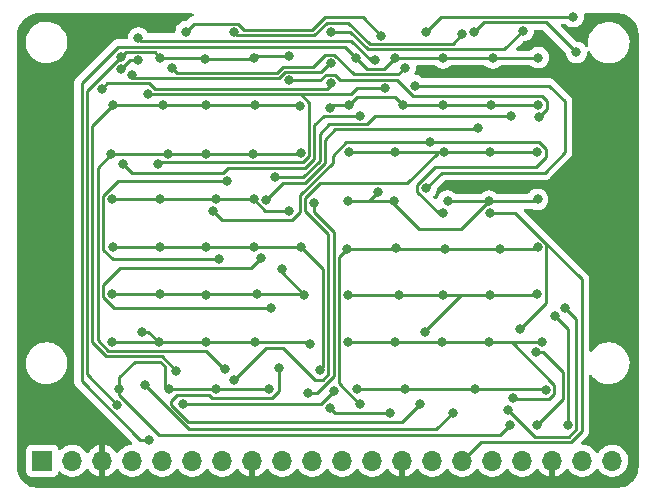
<source format=gbr>
%TF.GenerationSoftware,KiCad,Pcbnew,(6.0.10)*%
%TF.CreationDate,2023-01-20T23:09:19-08:00*%
%TF.ProjectId,pico8t,7069636f-3874-42e6-9b69-6361645f7063,rev?*%
%TF.SameCoordinates,Original*%
%TF.FileFunction,Copper,L2,Bot*%
%TF.FilePolarity,Positive*%
%FSLAX46Y46*%
G04 Gerber Fmt 4.6, Leading zero omitted, Abs format (unit mm)*
G04 Created by KiCad (PCBNEW (6.0.10)) date 2023-01-20 23:09:19*
%MOMM*%
%LPD*%
G01*
G04 APERTURE LIST*
%TA.AperFunction,ComponentPad*%
%ADD10R,1.700000X1.700000*%
%TD*%
%TA.AperFunction,ComponentPad*%
%ADD11O,1.700000X1.700000*%
%TD*%
%TA.AperFunction,ViaPad*%
%ADD12C,0.800000*%
%TD*%
%TA.AperFunction,Conductor*%
%ADD13C,0.250000*%
%TD*%
G04 APERTURE END LIST*
D10*
%TO.P,J0,1,Pin_1*%
%TO.N,P0*%
X37851000Y-50800000D03*
D11*
%TO.P,J0,2,Pin_2*%
%TO.N,P1*%
X40391000Y-50800000D03*
%TO.P,J0,3,Pin_3*%
%TO.N,GND*%
X42931000Y-50800000D03*
%TO.P,J0,4,Pin_4*%
%TO.N,P2*%
X45471000Y-50800000D03*
%TO.P,J0,5,Pin_5*%
%TO.N,P3*%
X48011000Y-50800000D03*
%TO.P,J0,6,Pin_6*%
%TO.N,P4*%
X50551000Y-50800000D03*
%TO.P,J0,7,Pin_7*%
%TO.N,P5*%
X53091000Y-50800000D03*
%TO.P,J0,8,Pin_8*%
%TO.N,GND*%
X55631000Y-50800000D03*
%TO.P,J0,9,Pin_9*%
%TO.N,P6*%
X58171000Y-50800000D03*
%TO.P,J0,10,Pin_10*%
%TO.N,P7*%
X60711000Y-50800000D03*
%TO.P,J0,11,Pin_11*%
%TO.N,P8*%
X63251000Y-50800000D03*
%TO.P,J0,12,Pin_12*%
%TO.N,P9*%
X65791000Y-50800000D03*
%TO.P,J0,13,Pin_13*%
%TO.N,GND*%
X68331000Y-50800000D03*
%TO.P,J0,14,Pin_14*%
%TO.N,PA*%
X70871000Y-50800000D03*
%TO.P,J0,15,Pin_15*%
%TO.N,PB*%
X73411000Y-50800000D03*
%TO.P,J0,16,Pin_16*%
%TO.N,PC*%
X75951000Y-50800000D03*
%TO.P,J0,17,Pin_17*%
%TO.N,PD*%
X78491000Y-50800000D03*
%TO.P,J0,18,Pin_18*%
%TO.N,GND*%
X81031000Y-50800000D03*
%TO.P,J0,19,Pin_19*%
%TO.N,PE*%
X83571000Y-50800000D03*
%TO.P,J0,20,Pin_20*%
%TO.N,PF*%
X86111000Y-50800000D03*
%TD*%
D12*
%TO.N,GND*%
X87630000Y-45720000D03*
X36322000Y-45720000D03*
%TO.N,P1*%
X44704000Y-25654000D03*
X64770000Y-21590000D03*
%TO.N,P2*%
X45405248Y-18147700D03*
X62261940Y-17144826D03*
%TO.N,P3*%
X65985000Y-16916503D03*
X45981519Y-15023500D03*
X44532019Y-17661415D03*
X45992200Y-16922500D03*
%TO.N,Y0*%
X44500800Y-16662400D03*
X55765301Y-16700101D03*
X58709500Y-16510000D03*
X44195500Y-46075600D03*
X47854755Y-16677829D03*
X51668519Y-16796883D03*
%TO.N,P4*%
X46761400Y-19786600D03*
X47659500Y-25704800D03*
X66908998Y-19266003D03*
%TO.N,P5*%
X70332600Y-27762200D03*
X68575700Y-17521700D03*
X69392800Y-19050000D03*
X48810500Y-17526000D03*
%TO.N,P6*%
X50038000Y-14478000D03*
X66562647Y-14813700D03*
%TO.N,P7*%
X52269846Y-29629370D03*
X71772974Y-29869622D03*
X70713600Y-23850600D03*
%TO.N,P8*%
X70358000Y-14478000D03*
X52819799Y-33769799D03*
X53517800Y-27127200D03*
X82804000Y-13208000D03*
%TO.N,P9*%
X54102000Y-14528800D03*
X73423509Y-14715510D03*
%TO.N,PA*%
X74422000Y-14528300D03*
X83071800Y-16242200D03*
%TO.N,PB*%
X78319001Y-39638599D03*
X75772266Y-29821128D03*
X57200800Y-37871400D03*
X56810500Y-28702000D03*
X74709500Y-22606000D03*
X56388000Y-33629600D03*
%TO.N,PC*%
X77535000Y-21626600D03*
X57535000Y-26801000D03*
%TO.N,PD*%
X82132251Y-37890112D03*
X77258489Y-46490432D03*
%TO.N,PE*%
X58709500Y-18612100D03*
X79659500Y-41605368D03*
X79904657Y-21675968D03*
X79756000Y-47752000D03*
%TO.N,PF*%
X81260500Y-38552077D03*
X82346800Y-47828200D03*
X62255400Y-14528800D03*
X78559299Y-14404701D03*
%TO.N,P0*%
X42879499Y-19308299D03*
X62306200Y-18872200D03*
%TO.N,Y1*%
X71780400Y-16713200D03*
X79855101Y-16685301D03*
X75996800Y-16713200D03*
X64451900Y-16713200D03*
X46863000Y-49022000D03*
X67716400Y-16713200D03*
%TO.N,Y2*%
X59659500Y-20777200D03*
X55829699Y-20700501D03*
X51714899Y-20700501D03*
X49209047Y-43177190D03*
X48057299Y-20700501D03*
X43839901Y-20700501D03*
%TO.N,Y3*%
X71739899Y-20716101D03*
X79832330Y-20679086D03*
X49784000Y-45974000D03*
X75808701Y-20716101D03*
X62563948Y-44878052D03*
X63837153Y-20678887D03*
X68417301Y-20716101D03*
X62202011Y-20923837D03*
%TO.N,Y4*%
X55696067Y-24835067D03*
X51695133Y-24835067D03*
X53307137Y-43025037D03*
X48469333Y-24835067D03*
X43705335Y-24835067D03*
X59720601Y-24744801D03*
%TO.N,Y5*%
X79766301Y-24699101D03*
X71831200Y-24688800D03*
X67741800Y-24688800D03*
X54102000Y-43942000D03*
X75742800Y-24688800D03*
X63779400Y-24688800D03*
%TO.N,Y6*%
X52580902Y-28679502D03*
X60860500Y-28982701D03*
X58724700Y-29664898D03*
X60378252Y-45064569D03*
X43738800Y-28679502D03*
X47850698Y-28679502D03*
X55750098Y-28679502D03*
%TO.N,Y7*%
X79785101Y-28680301D03*
X72163002Y-28827398D03*
X67667202Y-28827398D03*
X66259500Y-28048772D03*
X62230000Y-46341700D03*
X63713003Y-28827398D03*
X75664998Y-28827398D03*
X67310000Y-46736000D03*
%TO.N,Y8*%
X43806097Y-32734305D03*
X61351301Y-43111503D03*
X59766200Y-32689800D03*
X51682705Y-32734305D03*
X55797505Y-32734305D03*
X47796505Y-32734305D03*
%TO.N,Y9*%
X67758101Y-32782301D03*
X63680595Y-32859806D03*
X76588794Y-32859806D03*
X64770000Y-45974000D03*
X71915194Y-32859806D03*
X79790601Y-32749801D03*
%TO.N,YA*%
X60028201Y-36787201D03*
X58114473Y-34560074D03*
X43763301Y-36702101D03*
X57874500Y-42971998D03*
X56007899Y-36702101D03*
X51674901Y-36790501D03*
X47776501Y-36702101D03*
X69850000Y-45974000D03*
%TO.N,YB*%
X75768200Y-36753800D03*
X68046600Y-36753800D03*
X79730600Y-36679502D03*
X71780400Y-36753800D03*
X63703200Y-36753800D03*
X70259500Y-39902111D03*
%TO.N,YC*%
X46259500Y-39878000D03*
X60528200Y-40919400D03*
X72644000Y-46736000D03*
X55884600Y-40797000D03*
X47699801Y-40765601D03*
X46506299Y-44425701D03*
X51693600Y-40797000D03*
X43743400Y-40797000D03*
%TO.N,YD*%
X71706599Y-40764601D03*
X77724000Y-45479300D03*
X75694399Y-40764601D03*
X80162400Y-40741600D03*
X67693399Y-40764601D03*
X63700801Y-40764601D03*
%TO.N,YE*%
X52527200Y-44754800D03*
X57023000Y-44754800D03*
X44385900Y-44754800D03*
X77470000Y-47752000D03*
X48564800Y-44754800D03*
%TO.N,YF*%
X64490600Y-44754800D03*
X80485000Y-44848800D03*
X68580000Y-44754800D03*
X74472800Y-44754800D03*
%TD*%
D13*
%TO.N,PB*%
X74993000Y-49218000D02*
X73411000Y-50800000D01*
X82618700Y-49218000D02*
X74993000Y-49218000D01*
%TO.N,P1*%
X64770000Y-21590000D02*
X64711163Y-21648837D01*
X53609628Y-26010067D02*
X53189895Y-26429800D01*
X60895601Y-22416399D02*
X60895601Y-25231502D01*
X60895601Y-25231502D02*
X60117036Y-26010067D01*
X61663163Y-21648837D02*
X60895601Y-22416399D01*
X45479800Y-26429800D02*
X44704000Y-25654000D01*
X64711163Y-21648837D02*
X61663163Y-21648837D01*
X53189895Y-26429800D02*
X45479800Y-26429800D01*
X60117036Y-26010067D02*
X53609628Y-26010067D01*
%TO.N,P2*%
X62228778Y-17144826D02*
X61486504Y-17887100D01*
X58409195Y-17887100D02*
X57874095Y-18422200D01*
X45405248Y-18227248D02*
X45405248Y-18147700D01*
X45600200Y-18422200D02*
X45405248Y-18227248D01*
X61486504Y-17887100D02*
X58409195Y-17887100D01*
X62261940Y-17144826D02*
X62228778Y-17144826D01*
X57874095Y-18422200D02*
X45600200Y-18422200D01*
%TO.N,P3*%
X45981519Y-15023500D02*
X46211319Y-15253300D01*
X46211319Y-15253300D02*
X64021300Y-15253300D01*
X45270934Y-16922500D02*
X45992200Y-16922500D01*
X64021300Y-15253300D02*
X65684503Y-16916503D01*
X65684503Y-16916503D02*
X65985000Y-16916503D01*
X44532019Y-17661415D02*
X45270934Y-16922500D01*
%TO.N,Y0*%
X47854755Y-16677829D02*
X51549465Y-16677829D01*
X44500800Y-16662400D02*
X44965200Y-16198000D01*
X55765301Y-16700101D02*
X55955402Y-16510000D01*
X44195500Y-46075600D02*
X41626800Y-43506900D01*
X41626800Y-19536400D02*
X44500800Y-16662400D01*
X44965200Y-16198000D02*
X47374926Y-16198000D01*
X55992902Y-16472500D02*
X55765301Y-16700101D01*
X51668519Y-16796883D02*
X55668519Y-16796883D01*
X55668519Y-16796883D02*
X55765301Y-16700101D01*
X51549465Y-16677829D02*
X51668519Y-16796883D01*
X47374926Y-16198000D02*
X47854755Y-16677829D01*
X41626800Y-43506900D02*
X41626800Y-19536400D01*
X55955402Y-16510000D02*
X58709500Y-16510000D01*
%TO.N,P4*%
X59930640Y-25560067D02*
X60445601Y-25045106D01*
X59715400Y-19786600D02*
X64003496Y-19786600D01*
X47659500Y-25704800D02*
X47804233Y-25560067D01*
X59715400Y-19786600D02*
X46761400Y-19786600D01*
X66908998Y-19266003D02*
X64524094Y-19266003D01*
X64003496Y-19786600D02*
X64524094Y-19266003D01*
X60445601Y-20516801D02*
X59715400Y-19786600D01*
X47804233Y-25560067D02*
X59930640Y-25560067D01*
X60445601Y-25045106D02*
X60445601Y-20516801D01*
%TO.N,P5*%
X82092800Y-20396200D02*
X80746600Y-19050000D01*
X80391000Y-26416000D02*
X82092800Y-24714200D01*
X64233422Y-18091003D02*
X68006397Y-18091003D01*
X68006397Y-18091003D02*
X68575700Y-17521700D01*
X62562245Y-16419826D02*
X61766874Y-16419826D01*
X82092800Y-24714200D02*
X82092800Y-20396200D01*
X58222799Y-17437100D02*
X57687699Y-17972200D01*
X70332600Y-27762200D02*
X71678800Y-26416000D01*
X60749600Y-17437100D02*
X58222799Y-17437100D01*
X71678800Y-26416000D02*
X80391000Y-26416000D01*
X62562245Y-16419826D02*
X64233422Y-18091003D01*
X80746600Y-19050000D02*
X69392800Y-19050000D01*
X57687699Y-17972200D02*
X49256700Y-17972200D01*
X61766874Y-16419826D02*
X60749600Y-17437100D01*
X49256700Y-17972200D02*
X48810500Y-17526000D01*
%TO.N,P6*%
X54951805Y-14353300D02*
X60702304Y-14353300D01*
X61789604Y-13266000D02*
X65014947Y-13266000D01*
X54402305Y-13803800D02*
X54951805Y-14353300D01*
X60702304Y-14353300D02*
X61789604Y-13266000D01*
X66562647Y-14813700D02*
X65014947Y-13266000D01*
X50712200Y-13803800D02*
X54402305Y-13803800D01*
X50038000Y-14478000D02*
X50712200Y-13803800D01*
%TO.N,P7*%
X53030374Y-30389898D02*
X59025005Y-30389898D01*
X59685500Y-28350791D02*
X62433146Y-25603145D01*
X71414717Y-29869622D02*
X71772974Y-29869622D01*
X80518000Y-25095200D02*
X79647200Y-25966000D01*
X59685500Y-29729403D02*
X59685500Y-28350791D01*
X62433146Y-25009749D02*
X63592295Y-23850600D01*
X80518000Y-24425495D02*
X80518000Y-25095200D01*
X69607600Y-28062505D02*
X71414717Y-29869622D01*
X59025005Y-30389898D02*
X59685500Y-29729403D01*
X69607600Y-27461895D02*
X69607600Y-28062505D01*
X71103495Y-25966000D02*
X69607600Y-27461895D01*
X79647200Y-25966000D02*
X71103495Y-25966000D01*
X62433146Y-25603145D02*
X62433146Y-25009749D01*
X70713600Y-23850600D02*
X79943105Y-23850600D01*
X63592295Y-23850600D02*
X70713600Y-23850600D01*
X79943105Y-23850600D02*
X80518000Y-24425495D01*
X52269846Y-29629370D02*
X53030374Y-30389898D01*
%TO.N,P8*%
X42976800Y-32930313D02*
X43816286Y-33769799D01*
X44265797Y-27127200D02*
X42976800Y-28416197D01*
X70358000Y-14478000D02*
X71628000Y-13208000D01*
X71628000Y-13208000D02*
X82804000Y-13208000D01*
X53517800Y-27127200D02*
X44265797Y-27127200D01*
X42976800Y-28416197D02*
X42976800Y-32930313D01*
X43816286Y-33769799D02*
X52819799Y-33769799D01*
%TO.N,P9*%
X72600819Y-15538200D02*
X73423509Y-14715510D01*
X63756792Y-13716000D02*
X65578992Y-15538200D01*
X65578992Y-15538200D02*
X72600819Y-15538200D01*
X54102000Y-14528800D02*
X54376500Y-14803300D01*
X54376500Y-14803300D02*
X60888700Y-14803300D01*
X61976000Y-13716000D02*
X63756792Y-13716000D01*
X60888700Y-14803300D02*
X61976000Y-13716000D01*
%TO.N,PA*%
X74422000Y-14528300D02*
X75270599Y-13679701D01*
X80509301Y-13679701D02*
X83071800Y-16242200D01*
X75270599Y-13679701D02*
X80509301Y-13679701D01*
%TO.N,PB*%
X60130396Y-27269499D02*
X61795601Y-25604294D01*
X42976800Y-36940905D02*
X43907295Y-37871400D01*
X80515601Y-37441999D02*
X80515601Y-32449496D01*
X61795601Y-25604294D02*
X61795601Y-23622000D01*
X78319001Y-39638599D02*
X80515601Y-37441999D01*
X44424600Y-34518600D02*
X42976800Y-35966400D01*
X56810500Y-28702000D02*
X58243001Y-27269499D01*
X82618700Y-49218000D02*
X83521800Y-48314900D01*
X56388000Y-33629600D02*
X55499000Y-34518600D01*
X74550500Y-22765000D02*
X74709500Y-22606000D01*
X61795601Y-23622000D02*
X62652601Y-22765000D01*
X55499000Y-34518600D02*
X44424600Y-34518600D01*
X77887233Y-29821128D02*
X75772266Y-29821128D01*
X62652601Y-22765000D02*
X74550500Y-22765000D01*
X42976800Y-35966400D02*
X42976800Y-36940905D01*
X83521800Y-35455696D02*
X79913052Y-31846948D01*
X58243001Y-27269499D02*
X60130396Y-27269499D01*
X83521800Y-48314900D02*
X83521800Y-35455696D01*
X79913052Y-31846948D02*
X77887233Y-29821128D01*
X43907295Y-37871400D02*
X57200800Y-37871400D01*
X80515601Y-32449496D02*
X79913052Y-31846948D01*
%TO.N,PC*%
X59944000Y-26819499D02*
X57553499Y-26819499D01*
X62144601Y-22315000D02*
X65315000Y-22315000D01*
X57553499Y-26819499D02*
X57535000Y-26801000D01*
X77535000Y-21626600D02*
X66003400Y-21626600D01*
X61345601Y-25417898D02*
X61345601Y-23114000D01*
X65315000Y-22315000D02*
X66003400Y-21626600D01*
X61345601Y-23114000D02*
X62144601Y-22315000D01*
X59944000Y-26819499D02*
X61345601Y-25417898D01*
%TO.N,PD*%
X83071800Y-48128504D02*
X82432304Y-48768000D01*
X82132251Y-37890112D02*
X83071800Y-38829661D01*
X83071800Y-38829661D02*
X83071800Y-48128504D01*
X79536057Y-48768000D02*
X82432304Y-48768000D01*
X77258489Y-46490432D02*
X79536057Y-48768000D01*
%TO.N,PE*%
X63066351Y-18541003D02*
X67858498Y-18541003D01*
X81896800Y-45611200D02*
X79756000Y-47752000D01*
X81896800Y-43288800D02*
X81896800Y-45611200D01*
X63066351Y-18541003D02*
X62672548Y-18147200D01*
X80557330Y-20378781D02*
X80557330Y-21023295D01*
X79659500Y-41605368D02*
X80213368Y-41605368D01*
X61862800Y-18147200D02*
X61397900Y-18612100D01*
X80213368Y-41605368D02*
X81896800Y-43288800D01*
X69271581Y-19954086D02*
X80132635Y-19954086D01*
X62672548Y-18147200D02*
X61862800Y-18147200D01*
X61397900Y-18612100D02*
X58709500Y-18612100D01*
X80557330Y-21023295D02*
X79904657Y-21675968D01*
X67858498Y-18541003D02*
X69271581Y-19954086D01*
X80132635Y-19954086D02*
X80557330Y-20378781D01*
%TO.N,PF*%
X63933196Y-14528800D02*
X62255400Y-14528800D01*
X82346800Y-39638377D02*
X82346800Y-47828200D01*
X78559299Y-14404701D02*
X76975800Y-15988200D01*
X65392596Y-15988200D02*
X63933196Y-14528800D01*
X81260500Y-38552077D02*
X82346800Y-39638377D01*
X76975800Y-15988200D02*
X65392596Y-15988200D01*
%TO.N,P0*%
X43315598Y-18872200D02*
X42879499Y-19308299D01*
X47378200Y-19336600D02*
X46913800Y-18872200D01*
X61943400Y-19336600D02*
X47378200Y-19336600D01*
X62306200Y-18872200D02*
X62306200Y-18973800D01*
X62306200Y-18973800D02*
X61943400Y-19336600D01*
X46913800Y-18872200D02*
X43315598Y-18872200D01*
%TO.N,Y1*%
X67716400Y-16713200D02*
X71780400Y-16713200D01*
X79827202Y-16713200D02*
X79855101Y-16685301D01*
X64451900Y-16713200D02*
X65379703Y-17641003D01*
X71780400Y-16713200D02*
X75996800Y-16713200D01*
X41176800Y-44082205D02*
X41176800Y-18843400D01*
X66788597Y-17641003D02*
X67716400Y-16713200D01*
X65379703Y-17641003D02*
X66788597Y-17641003D01*
X46116595Y-49022000D02*
X41176800Y-44082205D01*
X63486700Y-15748000D02*
X64451900Y-16713200D01*
X75996800Y-16713200D02*
X79827202Y-16713200D01*
X46863000Y-49022000D02*
X46116595Y-49022000D01*
X41176800Y-18843400D02*
X44272200Y-15748000D01*
X44272200Y-15748000D02*
X63486700Y-15748000D01*
%TO.N,Y2*%
X59582801Y-20700501D02*
X59659500Y-20777200D01*
X48057299Y-20700501D02*
X51714899Y-20700501D01*
X42076800Y-22463602D02*
X43839901Y-20700501D01*
X49209047Y-43177190D02*
X48003857Y-41972000D01*
X55829699Y-20700501D02*
X59582801Y-20700501D01*
X43839901Y-20700501D02*
X48057299Y-20700501D01*
X51714899Y-20700501D02*
X55829699Y-20700501D01*
X42076800Y-40797196D02*
X42076800Y-22463602D01*
X43251604Y-41972000D02*
X42076800Y-40797196D01*
X48003857Y-41972000D02*
X43251604Y-41972000D01*
%TO.N,Y3*%
X64525037Y-19991003D02*
X63837153Y-20678887D01*
X67692203Y-19991003D02*
X64525037Y-19991003D01*
X79795315Y-20716101D02*
X79832330Y-20679086D01*
X75808701Y-20716101D02*
X79795315Y-20716101D01*
X62446961Y-20678887D02*
X62202011Y-20923837D01*
X68417301Y-20716101D02*
X71739899Y-20716101D01*
X49784000Y-45974000D02*
X61468000Y-45974000D01*
X61468000Y-45974000D02*
X62563948Y-44878052D01*
X68417301Y-20716101D02*
X67692203Y-19991003D01*
X63837153Y-20678887D02*
X62446961Y-20678887D01*
X71739899Y-20716101D02*
X75808701Y-20716101D01*
%TO.N,Y4*%
X42526800Y-40610800D02*
X42526800Y-26013602D01*
X48469333Y-24835067D02*
X51695133Y-24835067D01*
X42526800Y-26013602D02*
X43705335Y-24835067D01*
X59630335Y-24835067D02*
X59720601Y-24744801D01*
X43705335Y-24835067D02*
X48469333Y-24835067D01*
X51707400Y-41522000D02*
X53210437Y-43025037D01*
X55696067Y-24835067D02*
X59630335Y-24835067D01*
X51695133Y-24835067D02*
X55696067Y-24835067D01*
X43438000Y-41522000D02*
X42526800Y-40610800D01*
X51707400Y-41522000D02*
X43438000Y-41522000D01*
X53210437Y-43025037D02*
X53307137Y-43025037D01*
%TO.N,Y5*%
X63779400Y-24688800D02*
X67741800Y-24688800D01*
X60960000Y-43942000D02*
X61593604Y-43942000D01*
X67741800Y-24688800D02*
X71323200Y-24688800D01*
X75742800Y-24688800D02*
X79756000Y-24688800D01*
X58265000Y-41247000D02*
X60960000Y-43942000D01*
X56797000Y-41247000D02*
X58265000Y-41247000D01*
X62075801Y-31605107D02*
X60135500Y-29664806D01*
X71831200Y-24688800D02*
X75742800Y-24688800D01*
X71323200Y-24726344D02*
X71323200Y-24688800D01*
X60135500Y-28537187D02*
X61348915Y-27323772D01*
X61593604Y-43942000D02*
X62075801Y-43459803D01*
X79756000Y-24688800D02*
X79766301Y-24699101D01*
X61348915Y-27323772D02*
X68725772Y-27323772D01*
X71323200Y-24688800D02*
X71831200Y-24688800D01*
X60135500Y-29664806D02*
X60135500Y-28537187D01*
X68725772Y-27323772D02*
X71323200Y-24726344D01*
X54102000Y-43942000D02*
X56797000Y-41247000D01*
X62075801Y-43459803D02*
X62075801Y-31605107D01*
%TO.N,Y6*%
X60860500Y-29753410D02*
X62525801Y-31418711D01*
X43738800Y-28679502D02*
X47850698Y-28679502D01*
X60860500Y-28982701D02*
X60860500Y-29753410D01*
X60378252Y-45064569D02*
X61107431Y-45064569D01*
X56735494Y-29664898D02*
X55750098Y-28679502D01*
X58724700Y-29664898D02*
X56735494Y-29664898D01*
X47850698Y-28679502D02*
X52580902Y-28679502D01*
X61107431Y-45064569D02*
X62525801Y-43646199D01*
X62525801Y-43646199D02*
X62525801Y-31418711D01*
X52580902Y-28679502D02*
X55750098Y-28679502D01*
%TO.N,Y7*%
X69773800Y-31216600D02*
X73275796Y-31216600D01*
X65480874Y-28827398D02*
X65403398Y-28827398D01*
X65403398Y-28827398D02*
X67667202Y-28827398D01*
X79638004Y-28827398D02*
X79785101Y-28680301D01*
X67667202Y-29110002D02*
X69773800Y-31216600D01*
X73275796Y-31216600D02*
X75664998Y-28827398D01*
X67667202Y-28827398D02*
X67667202Y-29110002D01*
X62230000Y-46341700D02*
X62624300Y-46736000D01*
X62624300Y-46736000D02*
X67310000Y-46736000D01*
X72163002Y-28827398D02*
X75664998Y-28827398D01*
X63713003Y-28827398D02*
X65403398Y-28827398D01*
X66259500Y-28048772D02*
X65480874Y-28827398D01*
X75664998Y-28827398D02*
X79638004Y-28827398D01*
%TO.N,Y8*%
X55797505Y-32734305D02*
X59721695Y-32734305D01*
X59721695Y-32734305D02*
X59766200Y-32689800D01*
X61351301Y-43111503D02*
X61625801Y-42837003D01*
X47796505Y-32734305D02*
X51682705Y-32734305D01*
X51682705Y-32734305D02*
X55797505Y-32734305D01*
X61625801Y-34549401D02*
X59766200Y-32689800D01*
X61625801Y-42837003D02*
X61625801Y-34549401D01*
X43806097Y-32734305D02*
X47796505Y-32734305D01*
%TO.N,Y9*%
X79680596Y-32859806D02*
X79790601Y-32749801D01*
X62975801Y-44265305D02*
X64684495Y-45974000D01*
X63680595Y-32859806D02*
X62975801Y-33564600D01*
X64684495Y-45974000D02*
X64770000Y-45974000D01*
X63680595Y-32859806D02*
X71915194Y-32859806D01*
X71915194Y-32859806D02*
X76588794Y-32859806D01*
X62975801Y-33564600D02*
X62975801Y-44265305D01*
X76588794Y-32859806D02*
X79680596Y-32859806D01*
%TO.N,YA*%
X56007899Y-36702101D02*
X59943101Y-36702101D01*
X60028201Y-36787201D02*
X58114473Y-34873473D01*
X50214994Y-47498000D02*
X68326000Y-47498000D01*
X59943101Y-36702101D02*
X60028201Y-36787201D01*
X49283200Y-45204800D02*
X48768000Y-45720000D01*
X68326000Y-47498000D02*
X69850000Y-45974000D01*
X52226895Y-45479800D02*
X51951895Y-45204800D01*
X43763301Y-36702101D02*
X47776501Y-36702101D01*
X57874500Y-42971998D02*
X57874500Y-44928605D01*
X51951895Y-45204800D02*
X49283200Y-45204800D01*
X58114473Y-34873473D02*
X58114473Y-34560074D01*
X57323305Y-45479800D02*
X52226895Y-45479800D01*
X48768000Y-45720000D02*
X48768000Y-46051006D01*
X48768000Y-46051006D02*
X50214994Y-47498000D01*
X57874500Y-44928605D02*
X57323305Y-45479800D01*
X47776501Y-36702101D02*
X56007899Y-36702101D01*
%TO.N,YB*%
X71780400Y-36753800D02*
X73329800Y-36753800D01*
X75768200Y-36753800D02*
X79656302Y-36753800D01*
X70259500Y-39902111D02*
X70259500Y-39824100D01*
X68046600Y-36753800D02*
X71780400Y-36753800D01*
X63703200Y-36753800D02*
X68046600Y-36753800D01*
X79656302Y-36753800D02*
X79730600Y-36679502D01*
X70259500Y-39824100D02*
X73329800Y-36753800D01*
X73329800Y-36753800D02*
X75768200Y-36753800D01*
%TO.N,YC*%
X60405800Y-40797000D02*
X60528200Y-40919400D01*
X55884600Y-40797000D02*
X60405800Y-40797000D01*
X71223205Y-48156795D02*
X72644000Y-46736000D01*
X50237393Y-48156795D02*
X71223205Y-48156795D01*
X46812200Y-39878000D02*
X47699801Y-40765601D01*
X51693600Y-40797000D02*
X55884600Y-40797000D01*
X46259500Y-39878000D02*
X46812200Y-39878000D01*
X46506299Y-44425701D02*
X50237393Y-48156795D01*
X43743400Y-40797000D02*
X51693600Y-40797000D01*
%TO.N,YD*%
X67693399Y-40764601D02*
X71706599Y-40764601D01*
X75694399Y-40764601D02*
X80139399Y-40764601D01*
X71706599Y-40764601D02*
X75694399Y-40764601D01*
X77599399Y-40764601D02*
X75694399Y-40764601D01*
X77599399Y-40764601D02*
X81210000Y-44375202D01*
X80139399Y-40764601D02*
X80162400Y-40741600D01*
X63700801Y-40764601D02*
X67693399Y-40764601D01*
X77818500Y-45573800D02*
X80785305Y-45573800D01*
X80785305Y-45573800D02*
X81210000Y-45149105D01*
X81210000Y-45149105D02*
X81210000Y-44375202D01*
X77724000Y-45479300D02*
X77818500Y-45573800D01*
%TO.N,YE*%
X44385900Y-43752100D02*
X45716000Y-42422000D01*
X48209200Y-42813739D02*
X48209200Y-44754800D01*
X77470000Y-47752000D02*
X76615205Y-48606795D01*
X76615205Y-48606795D02*
X47752000Y-48606795D01*
X44385900Y-44754800D02*
X44385900Y-43752100D01*
X47752000Y-48606795D02*
X44385900Y-45240695D01*
X48209200Y-44754800D02*
X48564800Y-44754800D01*
X44385900Y-45240695D02*
X44385900Y-44754800D01*
X47817461Y-42422000D02*
X48209200Y-42813739D01*
X52527200Y-44754800D02*
X57023000Y-44754800D01*
X48564800Y-44754800D02*
X52527200Y-44754800D01*
X45716000Y-42422000D02*
X47817461Y-42422000D01*
%TO.N,YF*%
X74472800Y-44754800D02*
X80391000Y-44754800D01*
X80391000Y-44754800D02*
X80485000Y-44848800D01*
X64490600Y-44754800D02*
X68580000Y-44754800D01*
X68580000Y-44754800D02*
X74472800Y-44754800D01*
%TD*%
%TA.AperFunction,Conductor*%
%TO.N,GND*%
G36*
X50637117Y-12948502D02*
G01*
X50683610Y-13002158D01*
X50693714Y-13072432D01*
X50664220Y-13137012D01*
X50604153Y-13175496D01*
X50592861Y-13178777D01*
X50573496Y-13182788D01*
X50553403Y-13185326D01*
X50546036Y-13188243D01*
X50546031Y-13188244D01*
X50512292Y-13201602D01*
X50501065Y-13205446D01*
X50458607Y-13217782D01*
X50451781Y-13221819D01*
X50441172Y-13228093D01*
X50423424Y-13236788D01*
X50404583Y-13244248D01*
X50398167Y-13248910D01*
X50398166Y-13248910D01*
X50368813Y-13270236D01*
X50358893Y-13276752D01*
X50327665Y-13295220D01*
X50327662Y-13295222D01*
X50320838Y-13299258D01*
X50306517Y-13313579D01*
X50291484Y-13326419D01*
X50275093Y-13338328D01*
X50270040Y-13344436D01*
X50246908Y-13372398D01*
X50238918Y-13381178D01*
X50087501Y-13532595D01*
X50025189Y-13566621D01*
X49998406Y-13569500D01*
X49942513Y-13569500D01*
X49936061Y-13570872D01*
X49936056Y-13570872D01*
X49868279Y-13585279D01*
X49755712Y-13609206D01*
X49749682Y-13611891D01*
X49749681Y-13611891D01*
X49587278Y-13684197D01*
X49587276Y-13684198D01*
X49581248Y-13686882D01*
X49575907Y-13690762D01*
X49575906Y-13690763D01*
X49545982Y-13712504D01*
X49426747Y-13799134D01*
X49422326Y-13804044D01*
X49422325Y-13804045D01*
X49322279Y-13915158D01*
X49298960Y-13941056D01*
X49203473Y-14106444D01*
X49144458Y-14288072D01*
X49143768Y-14294633D01*
X49143768Y-14294635D01*
X49138513Y-14344634D01*
X49124496Y-14478000D01*
X49125186Y-14484565D01*
X49125186Y-14491171D01*
X49122847Y-14491171D01*
X49111993Y-14550481D01*
X49063485Y-14602322D01*
X48999462Y-14619800D01*
X46870234Y-14619800D01*
X46802113Y-14599798D01*
X46761115Y-14556801D01*
X46720559Y-14486556D01*
X46698516Y-14462074D01*
X46597194Y-14349545D01*
X46597193Y-14349544D01*
X46592772Y-14344634D01*
X46438271Y-14232382D01*
X46432243Y-14229698D01*
X46432241Y-14229697D01*
X46269838Y-14157391D01*
X46269837Y-14157391D01*
X46263807Y-14154706D01*
X46170317Y-14134834D01*
X46083463Y-14116372D01*
X46083458Y-14116372D01*
X46077006Y-14115000D01*
X45886032Y-14115000D01*
X45879580Y-14116372D01*
X45879575Y-14116372D01*
X45792721Y-14134834D01*
X45699231Y-14154706D01*
X45693201Y-14157391D01*
X45693200Y-14157391D01*
X45530797Y-14229697D01*
X45530795Y-14229698D01*
X45524767Y-14232382D01*
X45370266Y-14344634D01*
X45365845Y-14349544D01*
X45365844Y-14349545D01*
X45264523Y-14462074D01*
X45242479Y-14486556D01*
X45146992Y-14651944D01*
X45087977Y-14833572D01*
X45087287Y-14840133D01*
X45087287Y-14840135D01*
X45070309Y-15001671D01*
X45043296Y-15067327D01*
X44985074Y-15107957D01*
X44944999Y-15114500D01*
X44350968Y-15114500D01*
X44339785Y-15113973D01*
X44332292Y-15112298D01*
X44324366Y-15112547D01*
X44324365Y-15112547D01*
X44264202Y-15114438D01*
X44260244Y-15114500D01*
X44232344Y-15114500D01*
X44228354Y-15115004D01*
X44216520Y-15115936D01*
X44172311Y-15117326D01*
X44164695Y-15119539D01*
X44164693Y-15119539D01*
X44152852Y-15122979D01*
X44133493Y-15126988D01*
X44132183Y-15127154D01*
X44113403Y-15129526D01*
X44106037Y-15132442D01*
X44106031Y-15132444D01*
X44072298Y-15145800D01*
X44061068Y-15149645D01*
X44026217Y-15159770D01*
X44018607Y-15161981D01*
X44011784Y-15166016D01*
X44001166Y-15172295D01*
X43983413Y-15180992D01*
X43975768Y-15184019D01*
X43964583Y-15188448D01*
X43958168Y-15193109D01*
X43928812Y-15214437D01*
X43918895Y-15220951D01*
X43880838Y-15243458D01*
X43866517Y-15257779D01*
X43851484Y-15270619D01*
X43835093Y-15282528D01*
X43814260Y-15307711D01*
X43806902Y-15316605D01*
X43798912Y-15325384D01*
X40784547Y-18339748D01*
X40776261Y-18347288D01*
X40769782Y-18351400D01*
X40727433Y-18396498D01*
X40723157Y-18401051D01*
X40720402Y-18403893D01*
X40700665Y-18423630D01*
X40698185Y-18426827D01*
X40690482Y-18435847D01*
X40660214Y-18468079D01*
X40656395Y-18475025D01*
X40656393Y-18475028D01*
X40650452Y-18485834D01*
X40639601Y-18502353D01*
X40627186Y-18518359D01*
X40624041Y-18525628D01*
X40624038Y-18525632D01*
X40609626Y-18558937D01*
X40604409Y-18569587D01*
X40583105Y-18608340D01*
X40581134Y-18616015D01*
X40581134Y-18616016D01*
X40578067Y-18627962D01*
X40571663Y-18646666D01*
X40563619Y-18665255D01*
X40562380Y-18673078D01*
X40562377Y-18673088D01*
X40556701Y-18708924D01*
X40554295Y-18720544D01*
X40543300Y-18763370D01*
X40543300Y-18783624D01*
X40541749Y-18803334D01*
X40538580Y-18823343D01*
X40539326Y-18831235D01*
X40542741Y-18867361D01*
X40543300Y-18879219D01*
X40543300Y-44003438D01*
X40542773Y-44014621D01*
X40541098Y-44022114D01*
X40541347Y-44030040D01*
X40541347Y-44030041D01*
X40543238Y-44090191D01*
X40543300Y-44094150D01*
X40543300Y-44122061D01*
X40543797Y-44125995D01*
X40543797Y-44125996D01*
X40543805Y-44126061D01*
X40544738Y-44137898D01*
X40546127Y-44182094D01*
X40550102Y-44195775D01*
X40551778Y-44201544D01*
X40555787Y-44220905D01*
X40558326Y-44241002D01*
X40561245Y-44248373D01*
X40561245Y-44248375D01*
X40574604Y-44282117D01*
X40578449Y-44293347D01*
X40590782Y-44335798D01*
X40594815Y-44342617D01*
X40594817Y-44342622D01*
X40601093Y-44353233D01*
X40609788Y-44370981D01*
X40617248Y-44389822D01*
X40621910Y-44396238D01*
X40621910Y-44396239D01*
X40643236Y-44425592D01*
X40649752Y-44435512D01*
X40672258Y-44473567D01*
X40686579Y-44487888D01*
X40699419Y-44502921D01*
X40711328Y-44519312D01*
X40717434Y-44524363D01*
X40745405Y-44547503D01*
X40754184Y-44555493D01*
X45427962Y-49229272D01*
X45461988Y-49291584D01*
X45456923Y-49362399D01*
X45414376Y-49419235D01*
X45357926Y-49442917D01*
X45155091Y-49473955D01*
X44942756Y-49543357D01*
X44744607Y-49646507D01*
X44740474Y-49649610D01*
X44740471Y-49649612D01*
X44570100Y-49777530D01*
X44565965Y-49780635D01*
X44526203Y-49822243D01*
X44422751Y-49930500D01*
X44411629Y-49942138D01*
X44304204Y-50099618D01*
X44303898Y-50100066D01*
X44248987Y-50145069D01*
X44178462Y-50153240D01*
X44114715Y-50121986D01*
X44094018Y-50097502D01*
X44013426Y-49972926D01*
X44007136Y-49964757D01*
X43863806Y-49807240D01*
X43856273Y-49800215D01*
X43689139Y-49668222D01*
X43680552Y-49662517D01*
X43494117Y-49559599D01*
X43484705Y-49555369D01*
X43283959Y-49484280D01*
X43273988Y-49481646D01*
X43202837Y-49468972D01*
X43189540Y-49470432D01*
X43185000Y-49484989D01*
X43185000Y-52118517D01*
X43189064Y-52132359D01*
X43202478Y-52134393D01*
X43209184Y-52133534D01*
X43219262Y-52131392D01*
X43423255Y-52070191D01*
X43432842Y-52066433D01*
X43624095Y-51972739D01*
X43632945Y-51967464D01*
X43806328Y-51843792D01*
X43814200Y-51837139D01*
X43965052Y-51686812D01*
X43971730Y-51678965D01*
X44099022Y-51501819D01*
X44100279Y-51502722D01*
X44147373Y-51459362D01*
X44217311Y-51447145D01*
X44282751Y-51474678D01*
X44310579Y-51506511D01*
X44370987Y-51605088D01*
X44517250Y-51773938D01*
X44689126Y-51916632D01*
X44882000Y-52029338D01*
X44886825Y-52031180D01*
X44886826Y-52031181D01*
X44939971Y-52051475D01*
X45090692Y-52109030D01*
X45095760Y-52110061D01*
X45095763Y-52110062D01*
X45190862Y-52129410D01*
X45309597Y-52153567D01*
X45314772Y-52153757D01*
X45314774Y-52153757D01*
X45527673Y-52161564D01*
X45527677Y-52161564D01*
X45532837Y-52161753D01*
X45537957Y-52161097D01*
X45537959Y-52161097D01*
X45749288Y-52134025D01*
X45749289Y-52134025D01*
X45754416Y-52133368D01*
X45759366Y-52131883D01*
X45963429Y-52070661D01*
X45963434Y-52070659D01*
X45968384Y-52069174D01*
X46168994Y-51970896D01*
X46350860Y-51841173D01*
X46392829Y-51799351D01*
X46494616Y-51697918D01*
X46509096Y-51683489D01*
X46639453Y-51502077D01*
X46640776Y-51503028D01*
X46687645Y-51459857D01*
X46757580Y-51447625D01*
X46823026Y-51475144D01*
X46850875Y-51506994D01*
X46910987Y-51605088D01*
X47057250Y-51773938D01*
X47229126Y-51916632D01*
X47422000Y-52029338D01*
X47426825Y-52031180D01*
X47426826Y-52031181D01*
X47479971Y-52051475D01*
X47630692Y-52109030D01*
X47635760Y-52110061D01*
X47635763Y-52110062D01*
X47730862Y-52129410D01*
X47849597Y-52153567D01*
X47854772Y-52153757D01*
X47854774Y-52153757D01*
X48067673Y-52161564D01*
X48067677Y-52161564D01*
X48072837Y-52161753D01*
X48077957Y-52161097D01*
X48077959Y-52161097D01*
X48289288Y-52134025D01*
X48289289Y-52134025D01*
X48294416Y-52133368D01*
X48299366Y-52131883D01*
X48503429Y-52070661D01*
X48503434Y-52070659D01*
X48508384Y-52069174D01*
X48708994Y-51970896D01*
X48890860Y-51841173D01*
X48932829Y-51799351D01*
X49034616Y-51697918D01*
X49049096Y-51683489D01*
X49179453Y-51502077D01*
X49180776Y-51503028D01*
X49227645Y-51459857D01*
X49297580Y-51447625D01*
X49363026Y-51475144D01*
X49390875Y-51506994D01*
X49450987Y-51605088D01*
X49597250Y-51773938D01*
X49769126Y-51916632D01*
X49962000Y-52029338D01*
X49966825Y-52031180D01*
X49966826Y-52031181D01*
X50019971Y-52051475D01*
X50170692Y-52109030D01*
X50175760Y-52110061D01*
X50175763Y-52110062D01*
X50270862Y-52129410D01*
X50389597Y-52153567D01*
X50394772Y-52153757D01*
X50394774Y-52153757D01*
X50607673Y-52161564D01*
X50607677Y-52161564D01*
X50612837Y-52161753D01*
X50617957Y-52161097D01*
X50617959Y-52161097D01*
X50829288Y-52134025D01*
X50829289Y-52134025D01*
X50834416Y-52133368D01*
X50839366Y-52131883D01*
X51043429Y-52070661D01*
X51043434Y-52070659D01*
X51048384Y-52069174D01*
X51248994Y-51970896D01*
X51430860Y-51841173D01*
X51472829Y-51799351D01*
X51574616Y-51697918D01*
X51589096Y-51683489D01*
X51719453Y-51502077D01*
X51720776Y-51503028D01*
X51767645Y-51459857D01*
X51837580Y-51447625D01*
X51903026Y-51475144D01*
X51930875Y-51506994D01*
X51990987Y-51605088D01*
X52137250Y-51773938D01*
X52309126Y-51916632D01*
X52502000Y-52029338D01*
X52506825Y-52031180D01*
X52506826Y-52031181D01*
X52559971Y-52051475D01*
X52710692Y-52109030D01*
X52715760Y-52110061D01*
X52715763Y-52110062D01*
X52810862Y-52129410D01*
X52929597Y-52153567D01*
X52934772Y-52153757D01*
X52934774Y-52153757D01*
X53147673Y-52161564D01*
X53147677Y-52161564D01*
X53152837Y-52161753D01*
X53157957Y-52161097D01*
X53157959Y-52161097D01*
X53369288Y-52134025D01*
X53369289Y-52134025D01*
X53374416Y-52133368D01*
X53379366Y-52131883D01*
X53583429Y-52070661D01*
X53583434Y-52070659D01*
X53588384Y-52069174D01*
X53788994Y-51970896D01*
X53970860Y-51841173D01*
X54012829Y-51799351D01*
X54114616Y-51697918D01*
X54129096Y-51683489D01*
X54259453Y-51502077D01*
X54260640Y-51502930D01*
X54307960Y-51459362D01*
X54377897Y-51447145D01*
X54443338Y-51474678D01*
X54471166Y-51506511D01*
X54528694Y-51600388D01*
X54534777Y-51608699D01*
X54674213Y-51769667D01*
X54681580Y-51776883D01*
X54845434Y-51912916D01*
X54853881Y-51918831D01*
X55037756Y-52026279D01*
X55047042Y-52030729D01*
X55246001Y-52106703D01*
X55255899Y-52109579D01*
X55359250Y-52130606D01*
X55373299Y-52129410D01*
X55377000Y-52119065D01*
X55377000Y-50672000D01*
X55397002Y-50603879D01*
X55450658Y-50557386D01*
X55503000Y-50546000D01*
X55759000Y-50546000D01*
X55827121Y-50566002D01*
X55873614Y-50619658D01*
X55885000Y-50672000D01*
X55885000Y-52118517D01*
X55889064Y-52132359D01*
X55902478Y-52134393D01*
X55909184Y-52133534D01*
X55919262Y-52131392D01*
X56123255Y-52070191D01*
X56132842Y-52066433D01*
X56324095Y-51972739D01*
X56332945Y-51967464D01*
X56506328Y-51843792D01*
X56514200Y-51837139D01*
X56665052Y-51686812D01*
X56671730Y-51678965D01*
X56799022Y-51501819D01*
X56800279Y-51502722D01*
X56847373Y-51459362D01*
X56917311Y-51447145D01*
X56982751Y-51474678D01*
X57010579Y-51506511D01*
X57070987Y-51605088D01*
X57217250Y-51773938D01*
X57389126Y-51916632D01*
X57582000Y-52029338D01*
X57586825Y-52031180D01*
X57586826Y-52031181D01*
X57639971Y-52051475D01*
X57790692Y-52109030D01*
X57795760Y-52110061D01*
X57795763Y-52110062D01*
X57890862Y-52129410D01*
X58009597Y-52153567D01*
X58014772Y-52153757D01*
X58014774Y-52153757D01*
X58227673Y-52161564D01*
X58227677Y-52161564D01*
X58232837Y-52161753D01*
X58237957Y-52161097D01*
X58237959Y-52161097D01*
X58449288Y-52134025D01*
X58449289Y-52134025D01*
X58454416Y-52133368D01*
X58459366Y-52131883D01*
X58663429Y-52070661D01*
X58663434Y-52070659D01*
X58668384Y-52069174D01*
X58868994Y-51970896D01*
X59050860Y-51841173D01*
X59092829Y-51799351D01*
X59194616Y-51697918D01*
X59209096Y-51683489D01*
X59339453Y-51502077D01*
X59340776Y-51503028D01*
X59387645Y-51459857D01*
X59457580Y-51447625D01*
X59523026Y-51475144D01*
X59550875Y-51506994D01*
X59610987Y-51605088D01*
X59757250Y-51773938D01*
X59929126Y-51916632D01*
X60122000Y-52029338D01*
X60126825Y-52031180D01*
X60126826Y-52031181D01*
X60179971Y-52051475D01*
X60330692Y-52109030D01*
X60335760Y-52110061D01*
X60335763Y-52110062D01*
X60430862Y-52129410D01*
X60549597Y-52153567D01*
X60554772Y-52153757D01*
X60554774Y-52153757D01*
X60767673Y-52161564D01*
X60767677Y-52161564D01*
X60772837Y-52161753D01*
X60777957Y-52161097D01*
X60777959Y-52161097D01*
X60989288Y-52134025D01*
X60989289Y-52134025D01*
X60994416Y-52133368D01*
X60999366Y-52131883D01*
X61203429Y-52070661D01*
X61203434Y-52070659D01*
X61208384Y-52069174D01*
X61408994Y-51970896D01*
X61590860Y-51841173D01*
X61632829Y-51799351D01*
X61734616Y-51697918D01*
X61749096Y-51683489D01*
X61879453Y-51502077D01*
X61880776Y-51503028D01*
X61927645Y-51459857D01*
X61997580Y-51447625D01*
X62063026Y-51475144D01*
X62090875Y-51506994D01*
X62150987Y-51605088D01*
X62297250Y-51773938D01*
X62469126Y-51916632D01*
X62662000Y-52029338D01*
X62666825Y-52031180D01*
X62666826Y-52031181D01*
X62719971Y-52051475D01*
X62870692Y-52109030D01*
X62875760Y-52110061D01*
X62875763Y-52110062D01*
X62970862Y-52129410D01*
X63089597Y-52153567D01*
X63094772Y-52153757D01*
X63094774Y-52153757D01*
X63307673Y-52161564D01*
X63307677Y-52161564D01*
X63312837Y-52161753D01*
X63317957Y-52161097D01*
X63317959Y-52161097D01*
X63529288Y-52134025D01*
X63529289Y-52134025D01*
X63534416Y-52133368D01*
X63539366Y-52131883D01*
X63743429Y-52070661D01*
X63743434Y-52070659D01*
X63748384Y-52069174D01*
X63948994Y-51970896D01*
X64130860Y-51841173D01*
X64172829Y-51799351D01*
X64274616Y-51697918D01*
X64289096Y-51683489D01*
X64419453Y-51502077D01*
X64420776Y-51503028D01*
X64467645Y-51459857D01*
X64537580Y-51447625D01*
X64603026Y-51475144D01*
X64630875Y-51506994D01*
X64690987Y-51605088D01*
X64837250Y-51773938D01*
X65009126Y-51916632D01*
X65202000Y-52029338D01*
X65206825Y-52031180D01*
X65206826Y-52031181D01*
X65259971Y-52051475D01*
X65410692Y-52109030D01*
X65415760Y-52110061D01*
X65415763Y-52110062D01*
X65510862Y-52129410D01*
X65629597Y-52153567D01*
X65634772Y-52153757D01*
X65634774Y-52153757D01*
X65847673Y-52161564D01*
X65847677Y-52161564D01*
X65852837Y-52161753D01*
X65857957Y-52161097D01*
X65857959Y-52161097D01*
X66069288Y-52134025D01*
X66069289Y-52134025D01*
X66074416Y-52133368D01*
X66079366Y-52131883D01*
X66283429Y-52070661D01*
X66283434Y-52070659D01*
X66288384Y-52069174D01*
X66488994Y-51970896D01*
X66670860Y-51841173D01*
X66712829Y-51799351D01*
X66814616Y-51697918D01*
X66829096Y-51683489D01*
X66959453Y-51502077D01*
X66960640Y-51502930D01*
X67007960Y-51459362D01*
X67077897Y-51447145D01*
X67143338Y-51474678D01*
X67171166Y-51506511D01*
X67228694Y-51600388D01*
X67234777Y-51608699D01*
X67374213Y-51769667D01*
X67381580Y-51776883D01*
X67545434Y-51912916D01*
X67553881Y-51918831D01*
X67737756Y-52026279D01*
X67747042Y-52030729D01*
X67946001Y-52106703D01*
X67955899Y-52109579D01*
X68059250Y-52130606D01*
X68073299Y-52129410D01*
X68077000Y-52119065D01*
X68077000Y-50672000D01*
X68097002Y-50603879D01*
X68150658Y-50557386D01*
X68203000Y-50546000D01*
X68459000Y-50546000D01*
X68527121Y-50566002D01*
X68573614Y-50619658D01*
X68585000Y-50672000D01*
X68585000Y-52118517D01*
X68589064Y-52132359D01*
X68602478Y-52134393D01*
X68609184Y-52133534D01*
X68619262Y-52131392D01*
X68823255Y-52070191D01*
X68832842Y-52066433D01*
X69024095Y-51972739D01*
X69032945Y-51967464D01*
X69206328Y-51843792D01*
X69214200Y-51837139D01*
X69365052Y-51686812D01*
X69371730Y-51678965D01*
X69499022Y-51501819D01*
X69500279Y-51502722D01*
X69547373Y-51459362D01*
X69617311Y-51447145D01*
X69682751Y-51474678D01*
X69710579Y-51506511D01*
X69770987Y-51605088D01*
X69917250Y-51773938D01*
X70089126Y-51916632D01*
X70282000Y-52029338D01*
X70286825Y-52031180D01*
X70286826Y-52031181D01*
X70339971Y-52051475D01*
X70490692Y-52109030D01*
X70495760Y-52110061D01*
X70495763Y-52110062D01*
X70590862Y-52129410D01*
X70709597Y-52153567D01*
X70714772Y-52153757D01*
X70714774Y-52153757D01*
X70927673Y-52161564D01*
X70927677Y-52161564D01*
X70932837Y-52161753D01*
X70937957Y-52161097D01*
X70937959Y-52161097D01*
X71149288Y-52134025D01*
X71149289Y-52134025D01*
X71154416Y-52133368D01*
X71159366Y-52131883D01*
X71363429Y-52070661D01*
X71363434Y-52070659D01*
X71368384Y-52069174D01*
X71568994Y-51970896D01*
X71750860Y-51841173D01*
X71792829Y-51799351D01*
X71894616Y-51697918D01*
X71909096Y-51683489D01*
X72039453Y-51502077D01*
X72040776Y-51503028D01*
X72087645Y-51459857D01*
X72157580Y-51447625D01*
X72223026Y-51475144D01*
X72250875Y-51506994D01*
X72310987Y-51605088D01*
X72457250Y-51773938D01*
X72629126Y-51916632D01*
X72822000Y-52029338D01*
X72826825Y-52031180D01*
X72826826Y-52031181D01*
X72879971Y-52051475D01*
X73030692Y-52109030D01*
X73035760Y-52110061D01*
X73035763Y-52110062D01*
X73130862Y-52129410D01*
X73249597Y-52153567D01*
X73254772Y-52153757D01*
X73254774Y-52153757D01*
X73467673Y-52161564D01*
X73467677Y-52161564D01*
X73472837Y-52161753D01*
X73477957Y-52161097D01*
X73477959Y-52161097D01*
X73689288Y-52134025D01*
X73689289Y-52134025D01*
X73694416Y-52133368D01*
X73699366Y-52131883D01*
X73903429Y-52070661D01*
X73903434Y-52070659D01*
X73908384Y-52069174D01*
X74108994Y-51970896D01*
X74290860Y-51841173D01*
X74332829Y-51799351D01*
X74434616Y-51697918D01*
X74449096Y-51683489D01*
X74579453Y-51502077D01*
X74580776Y-51503028D01*
X74627645Y-51459857D01*
X74697580Y-51447625D01*
X74763026Y-51475144D01*
X74790875Y-51506994D01*
X74850987Y-51605088D01*
X74997250Y-51773938D01*
X75169126Y-51916632D01*
X75362000Y-52029338D01*
X75366825Y-52031180D01*
X75366826Y-52031181D01*
X75419971Y-52051475D01*
X75570692Y-52109030D01*
X75575760Y-52110061D01*
X75575763Y-52110062D01*
X75670862Y-52129410D01*
X75789597Y-52153567D01*
X75794772Y-52153757D01*
X75794774Y-52153757D01*
X76007673Y-52161564D01*
X76007677Y-52161564D01*
X76012837Y-52161753D01*
X76017957Y-52161097D01*
X76017959Y-52161097D01*
X76229288Y-52134025D01*
X76229289Y-52134025D01*
X76234416Y-52133368D01*
X76239366Y-52131883D01*
X76443429Y-52070661D01*
X76443434Y-52070659D01*
X76448384Y-52069174D01*
X76648994Y-51970896D01*
X76830860Y-51841173D01*
X76872829Y-51799351D01*
X76974616Y-51697918D01*
X76989096Y-51683489D01*
X77119453Y-51502077D01*
X77120776Y-51503028D01*
X77167645Y-51459857D01*
X77237580Y-51447625D01*
X77303026Y-51475144D01*
X77330875Y-51506994D01*
X77390987Y-51605088D01*
X77537250Y-51773938D01*
X77709126Y-51916632D01*
X77902000Y-52029338D01*
X77906825Y-52031180D01*
X77906826Y-52031181D01*
X77959971Y-52051475D01*
X78110692Y-52109030D01*
X78115760Y-52110061D01*
X78115763Y-52110062D01*
X78210862Y-52129410D01*
X78329597Y-52153567D01*
X78334772Y-52153757D01*
X78334774Y-52153757D01*
X78547673Y-52161564D01*
X78547677Y-52161564D01*
X78552837Y-52161753D01*
X78557957Y-52161097D01*
X78557959Y-52161097D01*
X78769288Y-52134025D01*
X78769289Y-52134025D01*
X78774416Y-52133368D01*
X78779366Y-52131883D01*
X78983429Y-52070661D01*
X78983434Y-52070659D01*
X78988384Y-52069174D01*
X79188994Y-51970896D01*
X79370860Y-51841173D01*
X79412829Y-51799351D01*
X79514616Y-51697918D01*
X79529096Y-51683489D01*
X79659453Y-51502077D01*
X79660640Y-51502930D01*
X79707960Y-51459362D01*
X79777897Y-51447145D01*
X79843338Y-51474678D01*
X79871166Y-51506511D01*
X79928694Y-51600388D01*
X79934777Y-51608699D01*
X80074213Y-51769667D01*
X80081580Y-51776883D01*
X80245434Y-51912916D01*
X80253881Y-51918831D01*
X80437756Y-52026279D01*
X80447042Y-52030729D01*
X80646001Y-52106703D01*
X80655899Y-52109579D01*
X80759250Y-52130606D01*
X80773299Y-52129410D01*
X80777000Y-52119065D01*
X80777000Y-50672000D01*
X80797002Y-50603879D01*
X80850658Y-50557386D01*
X80903000Y-50546000D01*
X81159000Y-50546000D01*
X81227121Y-50566002D01*
X81273614Y-50619658D01*
X81285000Y-50672000D01*
X81285000Y-52118517D01*
X81289064Y-52132359D01*
X81302478Y-52134393D01*
X81309184Y-52133534D01*
X81319262Y-52131392D01*
X81523255Y-52070191D01*
X81532842Y-52066433D01*
X81724095Y-51972739D01*
X81732945Y-51967464D01*
X81906328Y-51843792D01*
X81914200Y-51837139D01*
X82065052Y-51686812D01*
X82071730Y-51678965D01*
X82199022Y-51501819D01*
X82200279Y-51502722D01*
X82247373Y-51459362D01*
X82317311Y-51447145D01*
X82382751Y-51474678D01*
X82410579Y-51506511D01*
X82470987Y-51605088D01*
X82617250Y-51773938D01*
X82789126Y-51916632D01*
X82982000Y-52029338D01*
X82986825Y-52031180D01*
X82986826Y-52031181D01*
X83039971Y-52051475D01*
X83190692Y-52109030D01*
X83195760Y-52110061D01*
X83195763Y-52110062D01*
X83290862Y-52129410D01*
X83409597Y-52153567D01*
X83414772Y-52153757D01*
X83414774Y-52153757D01*
X83627673Y-52161564D01*
X83627677Y-52161564D01*
X83632837Y-52161753D01*
X83637957Y-52161097D01*
X83637959Y-52161097D01*
X83849288Y-52134025D01*
X83849289Y-52134025D01*
X83854416Y-52133368D01*
X83859366Y-52131883D01*
X84063429Y-52070661D01*
X84063434Y-52070659D01*
X84068384Y-52069174D01*
X84268994Y-51970896D01*
X84450860Y-51841173D01*
X84492829Y-51799351D01*
X84594616Y-51697918D01*
X84609096Y-51683489D01*
X84739453Y-51502077D01*
X84740776Y-51503028D01*
X84787645Y-51459857D01*
X84857580Y-51447625D01*
X84923026Y-51475144D01*
X84950875Y-51506994D01*
X85010987Y-51605088D01*
X85157250Y-51773938D01*
X85329126Y-51916632D01*
X85522000Y-52029338D01*
X85526825Y-52031180D01*
X85526826Y-52031181D01*
X85579971Y-52051475D01*
X85730692Y-52109030D01*
X85735760Y-52110061D01*
X85735763Y-52110062D01*
X85830862Y-52129410D01*
X85949597Y-52153567D01*
X85954772Y-52153757D01*
X85954774Y-52153757D01*
X86167673Y-52161564D01*
X86167677Y-52161564D01*
X86172837Y-52161753D01*
X86177957Y-52161097D01*
X86177959Y-52161097D01*
X86389288Y-52134025D01*
X86389289Y-52134025D01*
X86394416Y-52133368D01*
X86399366Y-52131883D01*
X86603429Y-52070661D01*
X86603434Y-52070659D01*
X86608384Y-52069174D01*
X86808994Y-51970896D01*
X86990860Y-51841173D01*
X87032829Y-51799351D01*
X87134616Y-51697918D01*
X87149096Y-51683489D01*
X87279453Y-51502077D01*
X87292995Y-51474678D01*
X87376136Y-51306453D01*
X87376137Y-51306451D01*
X87378430Y-51301811D01*
X87443370Y-51088069D01*
X87472529Y-50866590D01*
X87474156Y-50800000D01*
X87455852Y-50577361D01*
X87401431Y-50360702D01*
X87312354Y-50155840D01*
X87191014Y-49968277D01*
X87040670Y-49803051D01*
X87036619Y-49799852D01*
X87036615Y-49799848D01*
X86869414Y-49667800D01*
X86869410Y-49667798D01*
X86865359Y-49664598D01*
X86829028Y-49644542D01*
X86813136Y-49635769D01*
X86669789Y-49556638D01*
X86664920Y-49554914D01*
X86664916Y-49554912D01*
X86464087Y-49483795D01*
X86464083Y-49483794D01*
X86459212Y-49482069D01*
X86454119Y-49481162D01*
X86454116Y-49481161D01*
X86244373Y-49443800D01*
X86244367Y-49443799D01*
X86239284Y-49442894D01*
X86165452Y-49441992D01*
X86021081Y-49440228D01*
X86021079Y-49440228D01*
X86015911Y-49440165D01*
X85795091Y-49473955D01*
X85582756Y-49543357D01*
X85384607Y-49646507D01*
X85380474Y-49649610D01*
X85380471Y-49649612D01*
X85210100Y-49777530D01*
X85205965Y-49780635D01*
X85166203Y-49822243D01*
X85062751Y-49930500D01*
X85051629Y-49942138D01*
X84944201Y-50099621D01*
X84889293Y-50144621D01*
X84818768Y-50152792D01*
X84755021Y-50121538D01*
X84734324Y-50097054D01*
X84653822Y-49972617D01*
X84653820Y-49972614D01*
X84651014Y-49968277D01*
X84500670Y-49803051D01*
X84496619Y-49799852D01*
X84496615Y-49799848D01*
X84329414Y-49667800D01*
X84329410Y-49667798D01*
X84325359Y-49664598D01*
X84289028Y-49644542D01*
X84273136Y-49635769D01*
X84129789Y-49556638D01*
X84124920Y-49554914D01*
X84124916Y-49554912D01*
X83924087Y-49483795D01*
X83924083Y-49483794D01*
X83919212Y-49482069D01*
X83914119Y-49481162D01*
X83914116Y-49481161D01*
X83704373Y-49443800D01*
X83704367Y-49443799D01*
X83699284Y-49442894D01*
X83673468Y-49442579D01*
X83593642Y-49441603D01*
X83525771Y-49420770D01*
X83479937Y-49366550D01*
X83470693Y-49296158D01*
X83500973Y-49231942D01*
X83506087Y-49226517D01*
X83914047Y-48818557D01*
X83922337Y-48811013D01*
X83928818Y-48806900D01*
X83975459Y-48757232D01*
X83978213Y-48754391D01*
X83997934Y-48734670D01*
X84000412Y-48731475D01*
X84008118Y-48722453D01*
X84032958Y-48696001D01*
X84038386Y-48690221D01*
X84048146Y-48672468D01*
X84058999Y-48655945D01*
X84066553Y-48646206D01*
X84071413Y-48639941D01*
X84088976Y-48599357D01*
X84094183Y-48588727D01*
X84115495Y-48549960D01*
X84117466Y-48542283D01*
X84117468Y-48542278D01*
X84120532Y-48530342D01*
X84126938Y-48511630D01*
X84131833Y-48500319D01*
X84134981Y-48493045D01*
X84136221Y-48485217D01*
X84136223Y-48485210D01*
X84141899Y-48449376D01*
X84144305Y-48437756D01*
X84153328Y-48402611D01*
X84153328Y-48402610D01*
X84155300Y-48394930D01*
X84155300Y-48374676D01*
X84156851Y-48354965D01*
X84158780Y-48342786D01*
X84160020Y-48334957D01*
X84155859Y-48290938D01*
X84155300Y-48279081D01*
X84155300Y-43659524D01*
X84175302Y-43591403D01*
X84228958Y-43544910D01*
X84299232Y-43534806D01*
X84363812Y-43564300D01*
X84386672Y-43590439D01*
X84408410Y-43623596D01*
X84408414Y-43623601D01*
X84410976Y-43627509D01*
X84585018Y-43822506D01*
X84785970Y-43989637D01*
X84789973Y-43992066D01*
X85005422Y-44122804D01*
X85005426Y-44122806D01*
X85009419Y-44125229D01*
X85250455Y-44226303D01*
X85503783Y-44290641D01*
X85508434Y-44291109D01*
X85508438Y-44291110D01*
X85701308Y-44310531D01*
X85720867Y-44312500D01*
X85876354Y-44312500D01*
X85878679Y-44312327D01*
X85878685Y-44312327D01*
X86066000Y-44298407D01*
X86066004Y-44298406D01*
X86070652Y-44298061D01*
X86075200Y-44297032D01*
X86075206Y-44297031D01*
X86290231Y-44248375D01*
X86325577Y-44240377D01*
X86329931Y-44238684D01*
X86564824Y-44147340D01*
X86564827Y-44147339D01*
X86569177Y-44145647D01*
X86582725Y-44137904D01*
X86673634Y-44085945D01*
X86796098Y-44015951D01*
X87001357Y-43854138D01*
X87180443Y-43663763D01*
X87291814Y-43503224D01*
X87326759Y-43452851D01*
X87326761Y-43452848D01*
X87329424Y-43449009D01*
X87352006Y-43403217D01*
X87442960Y-43218781D01*
X87442961Y-43218778D01*
X87445025Y-43214593D01*
X87452160Y-43192305D01*
X87523280Y-42970123D01*
X87524707Y-42965665D01*
X87566721Y-42707693D01*
X87569462Y-42498324D01*
X87570081Y-42451022D01*
X87570081Y-42451019D01*
X87570142Y-42446345D01*
X87534896Y-42187362D01*
X87520473Y-42137877D01*
X87506230Y-42089012D01*
X87461757Y-41936433D01*
X87352332Y-41699072D01*
X87296050Y-41613227D01*
X87211590Y-41484404D01*
X87211586Y-41484399D01*
X87209024Y-41480491D01*
X87034982Y-41285494D01*
X86834030Y-41118363D01*
X86786844Y-41089730D01*
X86614578Y-40985196D01*
X86614574Y-40985194D01*
X86610581Y-40982771D01*
X86369545Y-40881697D01*
X86116217Y-40817359D01*
X86111566Y-40816891D01*
X86111562Y-40816890D01*
X85902271Y-40795816D01*
X85899133Y-40795500D01*
X85743646Y-40795500D01*
X85741321Y-40795673D01*
X85741315Y-40795673D01*
X85554000Y-40809593D01*
X85553996Y-40809594D01*
X85549348Y-40809939D01*
X85544800Y-40810968D01*
X85544794Y-40810969D01*
X85358399Y-40853147D01*
X85294423Y-40867623D01*
X85290071Y-40869315D01*
X85290069Y-40869316D01*
X85055176Y-40960660D01*
X85055173Y-40960661D01*
X85050823Y-40962353D01*
X84823902Y-41092049D01*
X84618643Y-41253862D01*
X84439557Y-41444237D01*
X84384825Y-41523132D01*
X84329564Y-41567700D01*
X84258978Y-41575317D01*
X84195478Y-41543563D01*
X84159226Y-41482519D01*
X84155300Y-41451310D01*
X84155300Y-35534459D01*
X84155827Y-35523275D01*
X84157501Y-35515787D01*
X84155362Y-35447728D01*
X84155300Y-35443771D01*
X84155300Y-35415840D01*
X84154794Y-35411834D01*
X84153861Y-35399988D01*
X84153301Y-35382143D01*
X84152473Y-35355806D01*
X84146822Y-35336354D01*
X84142814Y-35317002D01*
X84141267Y-35304759D01*
X84140274Y-35296899D01*
X84137356Y-35289528D01*
X84124000Y-35255793D01*
X84120155Y-35244566D01*
X84118520Y-35238940D01*
X84107818Y-35202103D01*
X84103784Y-35195281D01*
X84103781Y-35195275D01*
X84097506Y-35184664D01*
X84088810Y-35166914D01*
X84084272Y-35155452D01*
X84084269Y-35155447D01*
X84081352Y-35148079D01*
X84059942Y-35118610D01*
X84055373Y-35112321D01*
X84048857Y-35102403D01*
X84036240Y-35081069D01*
X84026342Y-35064333D01*
X84012018Y-35050009D01*
X83999176Y-35034974D01*
X83987272Y-35018589D01*
X83953206Y-34990407D01*
X83944427Y-34982418D01*
X81005822Y-32043813D01*
X80992981Y-32028779D01*
X80992373Y-32027942D01*
X80981073Y-32012389D01*
X80946996Y-31984198D01*
X80938217Y-31976208D01*
X78638002Y-29675993D01*
X78603976Y-29613681D01*
X78609041Y-29542866D01*
X78651588Y-29486030D01*
X78718108Y-29461219D01*
X78727097Y-29460898D01*
X79277936Y-29460898D01*
X79329184Y-29471791D01*
X79388471Y-29498187D01*
X79494988Y-29545611D01*
X79502813Y-29549095D01*
X79596214Y-29568948D01*
X79683157Y-29587429D01*
X79683162Y-29587429D01*
X79689614Y-29588801D01*
X79880588Y-29588801D01*
X79887040Y-29587429D01*
X79887045Y-29587429D01*
X79973988Y-29568948D01*
X80067389Y-29549095D01*
X80073420Y-29546410D01*
X80235823Y-29474104D01*
X80235825Y-29474103D01*
X80241853Y-29471419D01*
X80248295Y-29466739D01*
X80297258Y-29431165D01*
X80396354Y-29359167D01*
X80524141Y-29217245D01*
X80619628Y-29051857D01*
X80678643Y-28870229D01*
X80684328Y-28816145D01*
X80697915Y-28686866D01*
X80698605Y-28680301D01*
X80693973Y-28636232D01*
X80679333Y-28496936D01*
X80679333Y-28496934D01*
X80678643Y-28490373D01*
X80619628Y-28308745D01*
X80592881Y-28262417D01*
X80564601Y-28213435D01*
X80524141Y-28143357D01*
X80499267Y-28115731D01*
X80400776Y-28006346D01*
X80400775Y-28006345D01*
X80396354Y-28001435D01*
X80260869Y-27902999D01*
X80247195Y-27893064D01*
X80247194Y-27893063D01*
X80241853Y-27889183D01*
X80235825Y-27886499D01*
X80235823Y-27886498D01*
X80073420Y-27814192D01*
X80073419Y-27814192D01*
X80067389Y-27811507D01*
X79951656Y-27786907D01*
X79887045Y-27773173D01*
X79887040Y-27773173D01*
X79880588Y-27771801D01*
X79689614Y-27771801D01*
X79683162Y-27773173D01*
X79683157Y-27773173D01*
X79618546Y-27786907D01*
X79502813Y-27811507D01*
X79496783Y-27814192D01*
X79496782Y-27814192D01*
X79334379Y-27886498D01*
X79334377Y-27886499D01*
X79328349Y-27889183D01*
X79323008Y-27893063D01*
X79323007Y-27893064D01*
X79309333Y-27902999D01*
X79173848Y-28001435D01*
X79169427Y-28006345D01*
X79169426Y-28006346D01*
X79147291Y-28030930D01*
X79046061Y-28143357D01*
X79046015Y-28143437D01*
X78991705Y-28185314D01*
X78945994Y-28193898D01*
X76373198Y-28193898D01*
X76305077Y-28173896D01*
X76285851Y-28157555D01*
X76285578Y-28157858D01*
X76280666Y-28153435D01*
X76276251Y-28148532D01*
X76234508Y-28118204D01*
X76127092Y-28040161D01*
X76127091Y-28040160D01*
X76121750Y-28036280D01*
X76115722Y-28033596D01*
X76115720Y-28033595D01*
X75953317Y-27961289D01*
X75953316Y-27961289D01*
X75947286Y-27958604D01*
X75853886Y-27938751D01*
X75766942Y-27920270D01*
X75766937Y-27920270D01*
X75760485Y-27918898D01*
X75569511Y-27918898D01*
X75563059Y-27920270D01*
X75563054Y-27920270D01*
X75476110Y-27938751D01*
X75382710Y-27958604D01*
X75376680Y-27961289D01*
X75376679Y-27961289D01*
X75214276Y-28033595D01*
X75214274Y-28033596D01*
X75208246Y-28036280D01*
X75202905Y-28040160D01*
X75202904Y-28040161D01*
X75095488Y-28118204D01*
X75053745Y-28148532D01*
X75049330Y-28153435D01*
X75044418Y-28157858D01*
X75043293Y-28156609D01*
X74989984Y-28189449D01*
X74956798Y-28193898D01*
X72871202Y-28193898D01*
X72803081Y-28173896D01*
X72783855Y-28157555D01*
X72783582Y-28157858D01*
X72778670Y-28153435D01*
X72774255Y-28148532D01*
X72732512Y-28118204D01*
X72625096Y-28040161D01*
X72625095Y-28040160D01*
X72619754Y-28036280D01*
X72613726Y-28033596D01*
X72613724Y-28033595D01*
X72451321Y-27961289D01*
X72451320Y-27961289D01*
X72445290Y-27958604D01*
X72351890Y-27938751D01*
X72264946Y-27920270D01*
X72264941Y-27920270D01*
X72258489Y-27918898D01*
X72067515Y-27918898D01*
X72061063Y-27920270D01*
X72061058Y-27920270D01*
X71974114Y-27938751D01*
X71880714Y-27958604D01*
X71874684Y-27961289D01*
X71874683Y-27961289D01*
X71712280Y-28033595D01*
X71712278Y-28033596D01*
X71706250Y-28036280D01*
X71700909Y-28040160D01*
X71700908Y-28040161D01*
X71667129Y-28064703D01*
X71551749Y-28148532D01*
X71547328Y-28153442D01*
X71547327Y-28153443D01*
X71441694Y-28270761D01*
X71423962Y-28290454D01*
X71405217Y-28322922D01*
X71334298Y-28445757D01*
X71328475Y-28455842D01*
X71326433Y-28462127D01*
X71286160Y-28586073D01*
X71246086Y-28644679D01*
X71180690Y-28672316D01*
X71110733Y-28660209D01*
X71077232Y-28636232D01*
X70999127Y-28558127D01*
X70965101Y-28495815D01*
X70970166Y-28425000D01*
X70994585Y-28384722D01*
X71014368Y-28362751D01*
X71071640Y-28299144D01*
X71167127Y-28133756D01*
X71226142Y-27952128D01*
X71228361Y-27931021D01*
X71241066Y-27810135D01*
X71243507Y-27786906D01*
X71270520Y-27721250D01*
X71279722Y-27710982D01*
X71904299Y-27086405D01*
X71966611Y-27052379D01*
X71993394Y-27049500D01*
X80312233Y-27049500D01*
X80323416Y-27050027D01*
X80330909Y-27051702D01*
X80338835Y-27051453D01*
X80338836Y-27051453D01*
X80398986Y-27049562D01*
X80402945Y-27049500D01*
X80430856Y-27049500D01*
X80434791Y-27049003D01*
X80434856Y-27048995D01*
X80446693Y-27048062D01*
X80478951Y-27047048D01*
X80482970Y-27046922D01*
X80490889Y-27046673D01*
X80510343Y-27041021D01*
X80529700Y-27037013D01*
X80541930Y-27035468D01*
X80541931Y-27035468D01*
X80549797Y-27034474D01*
X80557168Y-27031555D01*
X80557170Y-27031555D01*
X80590912Y-27018196D01*
X80602142Y-27014351D01*
X80636983Y-27004229D01*
X80636984Y-27004229D01*
X80644593Y-27002018D01*
X80651412Y-26997985D01*
X80651417Y-26997983D01*
X80662028Y-26991707D01*
X80679776Y-26983012D01*
X80698617Y-26975552D01*
X80734387Y-26949564D01*
X80744307Y-26943048D01*
X80775535Y-26924580D01*
X80775538Y-26924578D01*
X80782362Y-26920542D01*
X80796683Y-26906221D01*
X80811717Y-26893380D01*
X80821694Y-26886131D01*
X80828107Y-26881472D01*
X80856298Y-26847395D01*
X80864288Y-26838616D01*
X82485047Y-25217857D01*
X82493337Y-25210313D01*
X82499818Y-25206200D01*
X82546459Y-25156532D01*
X82549213Y-25153691D01*
X82568935Y-25133969D01*
X82571412Y-25130776D01*
X82579117Y-25121755D01*
X82603959Y-25095300D01*
X82609386Y-25089521D01*
X82613207Y-25082571D01*
X82619146Y-25071768D01*
X82630002Y-25055241D01*
X82637557Y-25045502D01*
X82637558Y-25045500D01*
X82642414Y-25039240D01*
X82659974Y-24998660D01*
X82665191Y-24988012D01*
X82682675Y-24956209D01*
X82682676Y-24956207D01*
X82686495Y-24949260D01*
X82691533Y-24929637D01*
X82697937Y-24910934D01*
X82702833Y-24899620D01*
X82702833Y-24899619D01*
X82705981Y-24892345D01*
X82707220Y-24884522D01*
X82707223Y-24884512D01*
X82712899Y-24848676D01*
X82715305Y-24837056D01*
X82724328Y-24801911D01*
X82724328Y-24801910D01*
X82726300Y-24794230D01*
X82726300Y-24773976D01*
X82727851Y-24754265D01*
X82729780Y-24742086D01*
X82731020Y-24734257D01*
X82726859Y-24690238D01*
X82726300Y-24678381D01*
X82726300Y-20474967D01*
X82726827Y-20463784D01*
X82728502Y-20456291D01*
X82727955Y-20438872D01*
X82726362Y-20388214D01*
X82726300Y-20384255D01*
X82726300Y-20356344D01*
X82725795Y-20352344D01*
X82724862Y-20340501D01*
X82723722Y-20304229D01*
X82723473Y-20296310D01*
X82717822Y-20276858D01*
X82713814Y-20257506D01*
X82712267Y-20245263D01*
X82711274Y-20237403D01*
X82704825Y-20221114D01*
X82695000Y-20196297D01*
X82691155Y-20185070D01*
X82681835Y-20152993D01*
X82678818Y-20142607D01*
X82674784Y-20135785D01*
X82674781Y-20135779D01*
X82668506Y-20125168D01*
X82659810Y-20107418D01*
X82655272Y-20095956D01*
X82655269Y-20095951D01*
X82652352Y-20088583D01*
X82626373Y-20052825D01*
X82619857Y-20042907D01*
X82601375Y-20011657D01*
X82597342Y-20004837D01*
X82583018Y-19990513D01*
X82570176Y-19975478D01*
X82558272Y-19959093D01*
X82524206Y-19930911D01*
X82515427Y-19922922D01*
X81250252Y-18657747D01*
X81242712Y-18649461D01*
X81238600Y-18642982D01*
X81188948Y-18596356D01*
X81186107Y-18593602D01*
X81166370Y-18573865D01*
X81163173Y-18571385D01*
X81154151Y-18563680D01*
X81127700Y-18538841D01*
X81121921Y-18533414D01*
X81114975Y-18529595D01*
X81114972Y-18529593D01*
X81104166Y-18523652D01*
X81087647Y-18512801D01*
X81086742Y-18512099D01*
X81071641Y-18500386D01*
X81064372Y-18497241D01*
X81064368Y-18497238D01*
X81031063Y-18482826D01*
X81020413Y-18477609D01*
X80981660Y-18456305D01*
X80962037Y-18451267D01*
X80943334Y-18444863D01*
X80932020Y-18439967D01*
X80932019Y-18439967D01*
X80924745Y-18436819D01*
X80916922Y-18435580D01*
X80916912Y-18435577D01*
X80881076Y-18429901D01*
X80869456Y-18427495D01*
X80834311Y-18418472D01*
X80834310Y-18418472D01*
X80826630Y-18416500D01*
X80806376Y-18416500D01*
X80786665Y-18414949D01*
X80774486Y-18413020D01*
X80766657Y-18411780D01*
X80758765Y-18412526D01*
X80722639Y-18415941D01*
X80710781Y-18416500D01*
X70101000Y-18416500D01*
X70032879Y-18396498D01*
X70013653Y-18380157D01*
X70013380Y-18380460D01*
X70008468Y-18376037D01*
X70004053Y-18371134D01*
X69849552Y-18258882D01*
X69843524Y-18256198D01*
X69843522Y-18256197D01*
X69681119Y-18183891D01*
X69681118Y-18183891D01*
X69675088Y-18181206D01*
X69581688Y-18161353D01*
X69494744Y-18142872D01*
X69494739Y-18142872D01*
X69488287Y-18141500D01*
X69481685Y-18141500D01*
X69475118Y-18140810D01*
X69475348Y-18138624D01*
X69417020Y-18121498D01*
X69370527Y-18067842D01*
X69360423Y-17997568D01*
X69376021Y-17952503D01*
X69410227Y-17893256D01*
X69469242Y-17711628D01*
X69489204Y-17521700D01*
X69485438Y-17485870D01*
X69498210Y-17416033D01*
X69546712Y-17364186D01*
X69610748Y-17346700D01*
X71072200Y-17346700D01*
X71140321Y-17366702D01*
X71159547Y-17383043D01*
X71159820Y-17382740D01*
X71164732Y-17387163D01*
X71169147Y-17392066D01*
X71323648Y-17504318D01*
X71329676Y-17507002D01*
X71329678Y-17507003D01*
X71438531Y-17555467D01*
X71498112Y-17581994D01*
X71589250Y-17601366D01*
X71678456Y-17620328D01*
X71678461Y-17620328D01*
X71684913Y-17621700D01*
X71875887Y-17621700D01*
X71882339Y-17620328D01*
X71882344Y-17620328D01*
X71971550Y-17601366D01*
X72062688Y-17581994D01*
X72122269Y-17555467D01*
X72231122Y-17507003D01*
X72231124Y-17507002D01*
X72237152Y-17504318D01*
X72391653Y-17392066D01*
X72396068Y-17387163D01*
X72400980Y-17382740D01*
X72402105Y-17383989D01*
X72455414Y-17351149D01*
X72488600Y-17346700D01*
X75288600Y-17346700D01*
X75356721Y-17366702D01*
X75375947Y-17383043D01*
X75376220Y-17382740D01*
X75381132Y-17387163D01*
X75385547Y-17392066D01*
X75540048Y-17504318D01*
X75546076Y-17507002D01*
X75546078Y-17507003D01*
X75654931Y-17555467D01*
X75714512Y-17581994D01*
X75805650Y-17601366D01*
X75894856Y-17620328D01*
X75894861Y-17620328D01*
X75901313Y-17621700D01*
X76092287Y-17621700D01*
X76098739Y-17620328D01*
X76098744Y-17620328D01*
X76187950Y-17601366D01*
X76279088Y-17581994D01*
X76338669Y-17555467D01*
X76447522Y-17507003D01*
X76447524Y-17507002D01*
X76453552Y-17504318D01*
X76608053Y-17392066D01*
X76612468Y-17387163D01*
X76617380Y-17382740D01*
X76618505Y-17383989D01*
X76671814Y-17351149D01*
X76705000Y-17346700D01*
X79178867Y-17346700D01*
X79246988Y-17366702D01*
X79252928Y-17370764D01*
X79388065Y-17468947D01*
X79398349Y-17476419D01*
X79404377Y-17479103D01*
X79404379Y-17479104D01*
X79566782Y-17551410D01*
X79572813Y-17554095D01*
X79666214Y-17573948D01*
X79753157Y-17592429D01*
X79753162Y-17592429D01*
X79759614Y-17593801D01*
X79950588Y-17593801D01*
X79957040Y-17592429D01*
X79957045Y-17592429D01*
X80043989Y-17573948D01*
X80137389Y-17554095D01*
X80143420Y-17551410D01*
X80305823Y-17479104D01*
X80305825Y-17479103D01*
X80311853Y-17476419D01*
X80322138Y-17468947D01*
X80394967Y-17416033D01*
X80466354Y-17364167D01*
X80477504Y-17351784D01*
X80589722Y-17227153D01*
X80589723Y-17227152D01*
X80594141Y-17222245D01*
X80669163Y-17092303D01*
X80686324Y-17062580D01*
X80686325Y-17062579D01*
X80689628Y-17056857D01*
X80748643Y-16875229D01*
X80749429Y-16867757D01*
X80767915Y-16691866D01*
X80768605Y-16685301D01*
X80752616Y-16533171D01*
X80749333Y-16501936D01*
X80749333Y-16501934D01*
X80748643Y-16495373D01*
X80689628Y-16313745D01*
X80594141Y-16148357D01*
X80466354Y-16006435D01*
X80311853Y-15894183D01*
X80305825Y-15891499D01*
X80305823Y-15891498D01*
X80143420Y-15819192D01*
X80143419Y-15819192D01*
X80137389Y-15816507D01*
X80034631Y-15794665D01*
X79957045Y-15778173D01*
X79957040Y-15778173D01*
X79950588Y-15776801D01*
X79759614Y-15776801D01*
X79753162Y-15778173D01*
X79753157Y-15778173D01*
X79675571Y-15794665D01*
X79572813Y-15816507D01*
X79566783Y-15819192D01*
X79566782Y-15819192D01*
X79404379Y-15891498D01*
X79404377Y-15891499D01*
X79398349Y-15894183D01*
X79243848Y-16006435D01*
X79215416Y-16038012D01*
X79154973Y-16075250D01*
X79121782Y-16079700D01*
X78084395Y-16079700D01*
X78016274Y-16059698D01*
X77969781Y-16006042D01*
X77959677Y-15935768D01*
X77989171Y-15871188D01*
X77995300Y-15864604D01*
X78193090Y-15666815D01*
X78509800Y-15350105D01*
X78572112Y-15316080D01*
X78598895Y-15313201D01*
X78654786Y-15313201D01*
X78661238Y-15311829D01*
X78661243Y-15311829D01*
X78748187Y-15293348D01*
X78841587Y-15273495D01*
X78847840Y-15270711D01*
X79010021Y-15198504D01*
X79010023Y-15198503D01*
X79016051Y-15195819D01*
X79026197Y-15188448D01*
X79124087Y-15117326D01*
X79170552Y-15083567D01*
X79242305Y-15003877D01*
X79293920Y-14946553D01*
X79293921Y-14946552D01*
X79298339Y-14941645D01*
X79384811Y-14791871D01*
X79390522Y-14781980D01*
X79390523Y-14781979D01*
X79393826Y-14776257D01*
X79452841Y-14594629D01*
X79456359Y-14561163D01*
X79465196Y-14477082D01*
X79470561Y-14426030D01*
X79497574Y-14360374D01*
X79555796Y-14319744D01*
X79595871Y-14313201D01*
X80194707Y-14313201D01*
X80262828Y-14333203D01*
X80283802Y-14350106D01*
X82124678Y-16190983D01*
X82158704Y-16253295D01*
X82160893Y-16266906D01*
X82165214Y-16308022D01*
X82174134Y-16392886D01*
X82178258Y-16432128D01*
X82237273Y-16613756D01*
X82332760Y-16779144D01*
X82337178Y-16784051D01*
X82337179Y-16784052D01*
X82412547Y-16867757D01*
X82460547Y-16921066D01*
X82502854Y-16951804D01*
X82585221Y-17011647D01*
X82615048Y-17033318D01*
X82621076Y-17036002D01*
X82621078Y-17036003D01*
X82783481Y-17108309D01*
X82789512Y-17110994D01*
X82865101Y-17127061D01*
X82969856Y-17149328D01*
X82969861Y-17149328D01*
X82976313Y-17150700D01*
X83167287Y-17150700D01*
X83173739Y-17149328D01*
X83173744Y-17149328D01*
X83278499Y-17127061D01*
X83354088Y-17110994D01*
X83360119Y-17108309D01*
X83522522Y-17036003D01*
X83522524Y-17036002D01*
X83528552Y-17033318D01*
X83558380Y-17011647D01*
X83640746Y-16951804D01*
X83683053Y-16921066D01*
X83731053Y-16867757D01*
X83806421Y-16784052D01*
X83806422Y-16784051D01*
X83810840Y-16779144D01*
X83906327Y-16613756D01*
X83965342Y-16432128D01*
X83969467Y-16392886D01*
X83984614Y-16248765D01*
X83985304Y-16242200D01*
X83984614Y-16235635D01*
X83984614Y-16235212D01*
X84004616Y-16167091D01*
X84058272Y-16120598D01*
X84128546Y-16110494D01*
X84193126Y-16139988D01*
X84225040Y-16182461D01*
X84267668Y-16274928D01*
X84270231Y-16278837D01*
X84408410Y-16489596D01*
X84408414Y-16489601D01*
X84410976Y-16493509D01*
X84585018Y-16688506D01*
X84785970Y-16855637D01*
X84789973Y-16858066D01*
X85005422Y-16988804D01*
X85005426Y-16988806D01*
X85009419Y-16991229D01*
X85250455Y-17092303D01*
X85503783Y-17156641D01*
X85508434Y-17157109D01*
X85508438Y-17157110D01*
X85701308Y-17176531D01*
X85720867Y-17178500D01*
X85876354Y-17178500D01*
X85878679Y-17178327D01*
X85878685Y-17178327D01*
X86066000Y-17164407D01*
X86066004Y-17164406D01*
X86070652Y-17164061D01*
X86075200Y-17163032D01*
X86075206Y-17163031D01*
X86273999Y-17118048D01*
X86325577Y-17106377D01*
X86361769Y-17092303D01*
X86564824Y-17013340D01*
X86564827Y-17013339D01*
X86569177Y-17011647D01*
X86630952Y-16976340D01*
X86669638Y-16954229D01*
X86796098Y-16881951D01*
X87001357Y-16720138D01*
X87180443Y-16529763D01*
X87329424Y-16315009D01*
X87347262Y-16278837D01*
X87442960Y-16084781D01*
X87442961Y-16084778D01*
X87445025Y-16080593D01*
X87524707Y-15831665D01*
X87566721Y-15573693D01*
X87569845Y-15335072D01*
X87570081Y-15317022D01*
X87570081Y-15317019D01*
X87570142Y-15312345D01*
X87534896Y-15053362D01*
X87520473Y-15003877D01*
X87503764Y-14946553D01*
X87461757Y-14802433D01*
X87352332Y-14565072D01*
X87304545Y-14492184D01*
X87211590Y-14350404D01*
X87211586Y-14350399D01*
X87209024Y-14346491D01*
X87034982Y-14151494D01*
X86834030Y-13984363D01*
X86786844Y-13955730D01*
X86614578Y-13851196D01*
X86614574Y-13851194D01*
X86610581Y-13848771D01*
X86369545Y-13747697D01*
X86116217Y-13683359D01*
X86111566Y-13682891D01*
X86111562Y-13682890D01*
X85902271Y-13661816D01*
X85899133Y-13661500D01*
X85743646Y-13661500D01*
X85741321Y-13661673D01*
X85741315Y-13661673D01*
X85554000Y-13675593D01*
X85553996Y-13675594D01*
X85549348Y-13675939D01*
X85544800Y-13676968D01*
X85544794Y-13676969D01*
X85387755Y-13712504D01*
X85294423Y-13733623D01*
X85290071Y-13735315D01*
X85290069Y-13735316D01*
X85055176Y-13826660D01*
X85055173Y-13826661D01*
X85050823Y-13828353D01*
X85046769Y-13830670D01*
X85046767Y-13830671D01*
X85027259Y-13841821D01*
X84823902Y-13958049D01*
X84618643Y-14119862D01*
X84439557Y-14310237D01*
X84357918Y-14427919D01*
X84302313Y-14508073D01*
X84290576Y-14524991D01*
X84288510Y-14529181D01*
X84288508Y-14529184D01*
X84177552Y-14754182D01*
X84174975Y-14759407D01*
X84173553Y-14763850D01*
X84173552Y-14763852D01*
X84115069Y-14946553D01*
X84095293Y-15008335D01*
X84053279Y-15266307D01*
X84052621Y-15316605D01*
X84050282Y-15495289D01*
X84049858Y-15527655D01*
X84056752Y-15578308D01*
X84068797Y-15666815D01*
X84058164Y-15737010D01*
X84011268Y-15790314D01*
X83942999Y-15809802D01*
X83875030Y-15789288D01*
X83834829Y-15746806D01*
X83814141Y-15710974D01*
X83810840Y-15705256D01*
X83683053Y-15563334D01*
X83528552Y-15451082D01*
X83522524Y-15448398D01*
X83522522Y-15448397D01*
X83360119Y-15376091D01*
X83360118Y-15376091D01*
X83354088Y-15373406D01*
X83244466Y-15350105D01*
X83173744Y-15335072D01*
X83173739Y-15335072D01*
X83167287Y-15333700D01*
X83111394Y-15333700D01*
X83043273Y-15313698D01*
X83022299Y-15296795D01*
X81782100Y-14056595D01*
X81748074Y-13994283D01*
X81753139Y-13923467D01*
X81795686Y-13866632D01*
X81862206Y-13841821D01*
X81871195Y-13841500D01*
X82095800Y-13841500D01*
X82163921Y-13861502D01*
X82183147Y-13877843D01*
X82183420Y-13877540D01*
X82188332Y-13881963D01*
X82192747Y-13886866D01*
X82214329Y-13902546D01*
X82331058Y-13987355D01*
X82347248Y-13999118D01*
X82353276Y-14001802D01*
X82353278Y-14001803D01*
X82476344Y-14056595D01*
X82521712Y-14076794D01*
X82615113Y-14096647D01*
X82702056Y-14115128D01*
X82702061Y-14115128D01*
X82708513Y-14116500D01*
X82899487Y-14116500D01*
X82905939Y-14115128D01*
X82905944Y-14115128D01*
X82992887Y-14096647D01*
X83086288Y-14076794D01*
X83131656Y-14056595D01*
X83254722Y-14001803D01*
X83254724Y-14001802D01*
X83260752Y-13999118D01*
X83276943Y-13987355D01*
X83327868Y-13950355D01*
X83415253Y-13886866D01*
X83423650Y-13877540D01*
X83538621Y-13749852D01*
X83538622Y-13749851D01*
X83543040Y-13744944D01*
X83638527Y-13579556D01*
X83697542Y-13397928D01*
X83699303Y-13381178D01*
X83716814Y-13214565D01*
X83717504Y-13208000D01*
X83702755Y-13067670D01*
X83715527Y-12997832D01*
X83764029Y-12945985D01*
X83828065Y-12928500D01*
X86559467Y-12928500D01*
X86580874Y-12930332D01*
X86590524Y-12931996D01*
X86590526Y-12931996D01*
X86599371Y-12933521D01*
X86613288Y-12931931D01*
X86614654Y-12931775D01*
X86639987Y-12931445D01*
X86847868Y-12949715D01*
X86865618Y-12952562D01*
X86948988Y-12972123D01*
X87093493Y-13006028D01*
X87110657Y-13011372D01*
X87328602Y-13096724D01*
X87344831Y-13104457D01*
X87548415Y-13219959D01*
X87563372Y-13229919D01*
X87748443Y-13373216D01*
X87761834Y-13385207D01*
X87843233Y-13469296D01*
X87924629Y-13553383D01*
X87936180Y-13567160D01*
X87977895Y-13624816D01*
X88025609Y-13690763D01*
X88073380Y-13756790D01*
X88082848Y-13772061D01*
X88191677Y-13979309D01*
X88198872Y-13995769D01*
X88277089Y-14216370D01*
X88281873Y-14233698D01*
X88327678Y-14462075D01*
X88327902Y-14463193D01*
X88330170Y-14481022D01*
X88341279Y-14682296D01*
X88340238Y-14700273D01*
X88340003Y-14708529D01*
X88338479Y-14717371D01*
X88339498Y-14726290D01*
X88339498Y-14726291D01*
X88342685Y-14754182D01*
X88343500Y-14768486D01*
X88343500Y-51262001D01*
X88342198Y-51280065D01*
X88339766Y-51296857D01*
X88338271Y-51307174D01*
X88340413Y-51322308D01*
X88340428Y-51322411D01*
X88341438Y-51347722D01*
X88328876Y-51554138D01*
X88326508Y-51571953D01*
X88279562Y-51799351D01*
X88274680Y-51816652D01*
X88197913Y-52029338D01*
X88195853Y-52035044D01*
X88188563Y-52051465D01*
X88079455Y-52256423D01*
X88069901Y-52271642D01*
X87932734Y-52458987D01*
X87921111Y-52472693D01*
X87760527Y-52636721D01*
X87758685Y-52638603D01*
X87745224Y-52650520D01*
X87560835Y-52791628D01*
X87545815Y-52801507D01*
X87343228Y-52914935D01*
X87326955Y-52922576D01*
X87110284Y-53006018D01*
X87093091Y-53011265D01*
X87042440Y-53022848D01*
X86866754Y-53063023D01*
X86848998Y-53065769D01*
X86649963Y-53082129D01*
X86631989Y-53081572D01*
X86623714Y-53081559D01*
X86614826Y-53080271D01*
X86586679Y-53084256D01*
X86569016Y-53085500D01*
X37398756Y-53085500D01*
X37374929Y-53083227D01*
X37371461Y-53082559D01*
X37371460Y-53082559D01*
X37362648Y-53080862D01*
X37347330Y-53082310D01*
X37321997Y-53082146D01*
X37162935Y-53065032D01*
X37124002Y-53060843D01*
X37106311Y-53057650D01*
X36888771Y-53002108D01*
X36871714Y-52996429D01*
X36664295Y-52910494D01*
X36648225Y-52902449D01*
X36455134Y-52787862D01*
X36440368Y-52777607D01*
X36265568Y-52636721D01*
X36252411Y-52624470D01*
X36099434Y-52460135D01*
X36088155Y-52446136D01*
X35960119Y-52261698D01*
X35950947Y-52246237D01*
X35850465Y-52045459D01*
X35843587Y-52028850D01*
X35824303Y-51970896D01*
X35772701Y-51815815D01*
X35768258Y-51798403D01*
X35763142Y-51770031D01*
X35750176Y-51698134D01*
X36492500Y-51698134D01*
X36499255Y-51760316D01*
X36550385Y-51896705D01*
X36637739Y-52013261D01*
X36754295Y-52100615D01*
X36890684Y-52151745D01*
X36952866Y-52158500D01*
X38749134Y-52158500D01*
X38811316Y-52151745D01*
X38947705Y-52100615D01*
X39064261Y-52013261D01*
X39151615Y-51896705D01*
X39173799Y-51837529D01*
X39195598Y-51779382D01*
X39238240Y-51722618D01*
X39304802Y-51697918D01*
X39374150Y-51713126D01*
X39408817Y-51741114D01*
X39437250Y-51773938D01*
X39609126Y-51916632D01*
X39802000Y-52029338D01*
X39806825Y-52031180D01*
X39806826Y-52031181D01*
X39859971Y-52051475D01*
X40010692Y-52109030D01*
X40015760Y-52110061D01*
X40015763Y-52110062D01*
X40110862Y-52129410D01*
X40229597Y-52153567D01*
X40234772Y-52153757D01*
X40234774Y-52153757D01*
X40447673Y-52161564D01*
X40447677Y-52161564D01*
X40452837Y-52161753D01*
X40457957Y-52161097D01*
X40457959Y-52161097D01*
X40669288Y-52134025D01*
X40669289Y-52134025D01*
X40674416Y-52133368D01*
X40679366Y-52131883D01*
X40883429Y-52070661D01*
X40883434Y-52070659D01*
X40888384Y-52069174D01*
X41088994Y-51970896D01*
X41270860Y-51841173D01*
X41312829Y-51799351D01*
X41414616Y-51697918D01*
X41429096Y-51683489D01*
X41559453Y-51502077D01*
X41560640Y-51502930D01*
X41607960Y-51459362D01*
X41677897Y-51447145D01*
X41743338Y-51474678D01*
X41771166Y-51506511D01*
X41828694Y-51600388D01*
X41834777Y-51608699D01*
X41974213Y-51769667D01*
X41981580Y-51776883D01*
X42145434Y-51912916D01*
X42153881Y-51918831D01*
X42337756Y-52026279D01*
X42347042Y-52030729D01*
X42546001Y-52106703D01*
X42555899Y-52109579D01*
X42659250Y-52130606D01*
X42673299Y-52129410D01*
X42677000Y-52119065D01*
X42677000Y-49483102D01*
X42673082Y-49469758D01*
X42658806Y-49467771D01*
X42620324Y-49473660D01*
X42610288Y-49476051D01*
X42407868Y-49542212D01*
X42398359Y-49546209D01*
X42209463Y-49644542D01*
X42200738Y-49650036D01*
X42030433Y-49777905D01*
X42022726Y-49784748D01*
X41875590Y-49938717D01*
X41869109Y-49946722D01*
X41764498Y-50100074D01*
X41709587Y-50145076D01*
X41639062Y-50153247D01*
X41575315Y-50121993D01*
X41554618Y-50097509D01*
X41473822Y-49972617D01*
X41473820Y-49972614D01*
X41471014Y-49968277D01*
X41320670Y-49803051D01*
X41316619Y-49799852D01*
X41316615Y-49799848D01*
X41149414Y-49667800D01*
X41149410Y-49667798D01*
X41145359Y-49664598D01*
X41109028Y-49644542D01*
X41093136Y-49635769D01*
X40949789Y-49556638D01*
X40944920Y-49554914D01*
X40944916Y-49554912D01*
X40744087Y-49483795D01*
X40744083Y-49483794D01*
X40739212Y-49482069D01*
X40734119Y-49481162D01*
X40734116Y-49481161D01*
X40524373Y-49443800D01*
X40524367Y-49443799D01*
X40519284Y-49442894D01*
X40445452Y-49441992D01*
X40301081Y-49440228D01*
X40301079Y-49440228D01*
X40295911Y-49440165D01*
X40075091Y-49473955D01*
X39862756Y-49543357D01*
X39664607Y-49646507D01*
X39660474Y-49649610D01*
X39660471Y-49649612D01*
X39490100Y-49777530D01*
X39485965Y-49780635D01*
X39416141Y-49853702D01*
X39405283Y-49865064D01*
X39343759Y-49900494D01*
X39272846Y-49897037D01*
X39215060Y-49855791D01*
X39196207Y-49822243D01*
X39154767Y-49711703D01*
X39151615Y-49703295D01*
X39064261Y-49586739D01*
X38947705Y-49499385D01*
X38811316Y-49448255D01*
X38749134Y-49441500D01*
X36952866Y-49441500D01*
X36890684Y-49448255D01*
X36754295Y-49499385D01*
X36637739Y-49586739D01*
X36550385Y-49703295D01*
X36499255Y-49839684D01*
X36492500Y-49901866D01*
X36492500Y-51698134D01*
X35750176Y-51698134D01*
X35728411Y-51577443D01*
X35726491Y-51559569D01*
X35719653Y-51367667D01*
X35721043Y-51349722D01*
X35721440Y-51341466D01*
X35723138Y-51332648D01*
X35719059Y-51289498D01*
X35718500Y-51277640D01*
X35718500Y-42661655D01*
X36449858Y-42661655D01*
X36485104Y-42920638D01*
X36486412Y-42925124D01*
X36486412Y-42925126D01*
X36500074Y-42971998D01*
X36558243Y-43171567D01*
X36667668Y-43408928D01*
X36670231Y-43412837D01*
X36808410Y-43623596D01*
X36808414Y-43623601D01*
X36810976Y-43627509D01*
X36985018Y-43822506D01*
X37185970Y-43989637D01*
X37189973Y-43992066D01*
X37405422Y-44122804D01*
X37405426Y-44122806D01*
X37409419Y-44125229D01*
X37650455Y-44226303D01*
X37903783Y-44290641D01*
X37908434Y-44291109D01*
X37908438Y-44291110D01*
X38101308Y-44310531D01*
X38120867Y-44312500D01*
X38276354Y-44312500D01*
X38278679Y-44312327D01*
X38278685Y-44312327D01*
X38466000Y-44298407D01*
X38466004Y-44298406D01*
X38470652Y-44298061D01*
X38475200Y-44297032D01*
X38475206Y-44297031D01*
X38690231Y-44248375D01*
X38725577Y-44240377D01*
X38729931Y-44238684D01*
X38964824Y-44147340D01*
X38964827Y-44147339D01*
X38969177Y-44145647D01*
X38982725Y-44137904D01*
X39073634Y-44085945D01*
X39196098Y-44015951D01*
X39401357Y-43854138D01*
X39580443Y-43663763D01*
X39691814Y-43503224D01*
X39726759Y-43452851D01*
X39726761Y-43452848D01*
X39729424Y-43449009D01*
X39752006Y-43403217D01*
X39842960Y-43218781D01*
X39842961Y-43218778D01*
X39845025Y-43214593D01*
X39852160Y-43192305D01*
X39923280Y-42970123D01*
X39924707Y-42965665D01*
X39966721Y-42707693D01*
X39969462Y-42498324D01*
X39970081Y-42451022D01*
X39970081Y-42451019D01*
X39970142Y-42446345D01*
X39934896Y-42187362D01*
X39920473Y-42137877D01*
X39906230Y-42089012D01*
X39861757Y-41936433D01*
X39752332Y-41699072D01*
X39696050Y-41613227D01*
X39611590Y-41484404D01*
X39611586Y-41484399D01*
X39609024Y-41480491D01*
X39434982Y-41285494D01*
X39234030Y-41118363D01*
X39186844Y-41089730D01*
X39014578Y-40985196D01*
X39014574Y-40985194D01*
X39010581Y-40982771D01*
X38769545Y-40881697D01*
X38516217Y-40817359D01*
X38511566Y-40816891D01*
X38511562Y-40816890D01*
X38302271Y-40795816D01*
X38299133Y-40795500D01*
X38143646Y-40795500D01*
X38141321Y-40795673D01*
X38141315Y-40795673D01*
X37954000Y-40809593D01*
X37953996Y-40809594D01*
X37949348Y-40809939D01*
X37944800Y-40810968D01*
X37944794Y-40810969D01*
X37758399Y-40853147D01*
X37694423Y-40867623D01*
X37690071Y-40869315D01*
X37690069Y-40869316D01*
X37455176Y-40960660D01*
X37455173Y-40960661D01*
X37450823Y-40962353D01*
X37223902Y-41092049D01*
X37018643Y-41253862D01*
X36839557Y-41444237D01*
X36784827Y-41523130D01*
X36708333Y-41633395D01*
X36690576Y-41658991D01*
X36688510Y-41663181D01*
X36688508Y-41663184D01*
X36617668Y-41806835D01*
X36574975Y-41893407D01*
X36573553Y-41897850D01*
X36573552Y-41897852D01*
X36520529Y-42063498D01*
X36495293Y-42142335D01*
X36453279Y-42400307D01*
X36452194Y-42483185D01*
X36450548Y-42608980D01*
X36449858Y-42661655D01*
X35718500Y-42661655D01*
X35718500Y-15490655D01*
X36449858Y-15490655D01*
X36485104Y-15749638D01*
X36486412Y-15754124D01*
X36486412Y-15754126D01*
X36505377Y-15819192D01*
X36558243Y-16000567D01*
X36667668Y-16237928D01*
X36691197Y-16273816D01*
X36808410Y-16452596D01*
X36808414Y-16452601D01*
X36810976Y-16456509D01*
X36985018Y-16651506D01*
X37185970Y-16818637D01*
X37189973Y-16821066D01*
X37405422Y-16951804D01*
X37405426Y-16951806D01*
X37409419Y-16954229D01*
X37650455Y-17055303D01*
X37903783Y-17119641D01*
X37908434Y-17120109D01*
X37908438Y-17120110D01*
X38101308Y-17139531D01*
X38120867Y-17141500D01*
X38276354Y-17141500D01*
X38278679Y-17141327D01*
X38278685Y-17141327D01*
X38466000Y-17127407D01*
X38466004Y-17127406D01*
X38470652Y-17127061D01*
X38475200Y-17126032D01*
X38475206Y-17126031D01*
X38661601Y-17083853D01*
X38725577Y-17069377D01*
X38743056Y-17062580D01*
X38964824Y-16976340D01*
X38964827Y-16976339D01*
X38969177Y-16974647D01*
X39196098Y-16844951D01*
X39401357Y-16683138D01*
X39580443Y-16492763D01*
X39729424Y-16278009D01*
X39731492Y-16273816D01*
X39842960Y-16047781D01*
X39842961Y-16047778D01*
X39845025Y-16043593D01*
X39902320Y-15864604D01*
X39923280Y-15799123D01*
X39924707Y-15794665D01*
X39966721Y-15536693D01*
X39969141Y-15351821D01*
X39970081Y-15280022D01*
X39970081Y-15280019D01*
X39970142Y-15275345D01*
X39934896Y-15016362D01*
X39920473Y-14966877D01*
X39902606Y-14905579D01*
X39861757Y-14765433D01*
X39859607Y-14760768D01*
X39819701Y-14674206D01*
X39752332Y-14528072D01*
X39715199Y-14471435D01*
X39611590Y-14313404D01*
X39611586Y-14313399D01*
X39609024Y-14309491D01*
X39453136Y-14134834D01*
X39438097Y-14117984D01*
X39434982Y-14114494D01*
X39234030Y-13947363D01*
X39180958Y-13915158D01*
X39014578Y-13814196D01*
X39014574Y-13814194D01*
X39010581Y-13811771D01*
X38769545Y-13710697D01*
X38516217Y-13646359D01*
X38511566Y-13645891D01*
X38511562Y-13645890D01*
X38302271Y-13624816D01*
X38299133Y-13624500D01*
X38143646Y-13624500D01*
X38141321Y-13624673D01*
X38141315Y-13624673D01*
X37954000Y-13638593D01*
X37953996Y-13638594D01*
X37949348Y-13638939D01*
X37944800Y-13639968D01*
X37944794Y-13639969D01*
X37758399Y-13682147D01*
X37694423Y-13696623D01*
X37690071Y-13698315D01*
X37690069Y-13698316D01*
X37455176Y-13789660D01*
X37455173Y-13789661D01*
X37450823Y-13791353D01*
X37446769Y-13793670D01*
X37446767Y-13793671D01*
X37386086Y-13828353D01*
X37223902Y-13921049D01*
X37018643Y-14082862D01*
X36839557Y-14273237D01*
X36790499Y-14343954D01*
X36701649Y-14472030D01*
X36690576Y-14487991D01*
X36688510Y-14492181D01*
X36688508Y-14492184D01*
X36594756Y-14682296D01*
X36574975Y-14722407D01*
X36573553Y-14726850D01*
X36573552Y-14726852D01*
X36506627Y-14935927D01*
X36495293Y-14971335D01*
X36453279Y-15229307D01*
X36449858Y-15490655D01*
X35718500Y-15490655D01*
X35718500Y-14786103D01*
X35720303Y-14764863D01*
X35721952Y-14755219D01*
X35723540Y-14745935D01*
X35722509Y-14737016D01*
X35722509Y-14737012D01*
X35721654Y-14729618D01*
X35721227Y-14705034D01*
X35737089Y-14508073D01*
X35739483Y-14491766D01*
X35786457Y-14272735D01*
X35790960Y-14256882D01*
X35866118Y-14045862D01*
X35872647Y-14030741D01*
X35974712Y-13831327D01*
X35983160Y-13817185D01*
X36110379Y-13632801D01*
X36120601Y-13619883D01*
X36270802Y-13453678D01*
X36282619Y-13442208D01*
X36453222Y-13297036D01*
X36466446Y-13287199D01*
X36654534Y-13165540D01*
X36668929Y-13157513D01*
X36871281Y-13061448D01*
X36886600Y-13055368D01*
X37099771Y-12986533D01*
X37115754Y-12982505D01*
X37336085Y-12942085D01*
X37352454Y-12940178D01*
X37542623Y-12930558D01*
X37565711Y-12931931D01*
X37569213Y-12932026D01*
X37578065Y-12933540D01*
X37586983Y-12932509D01*
X37586985Y-12932509D01*
X37614442Y-12929334D01*
X37628914Y-12928500D01*
X50568996Y-12928500D01*
X50637117Y-12948502D01*
G37*
%TD.AperFunction*%
%TD*%
M02*

</source>
